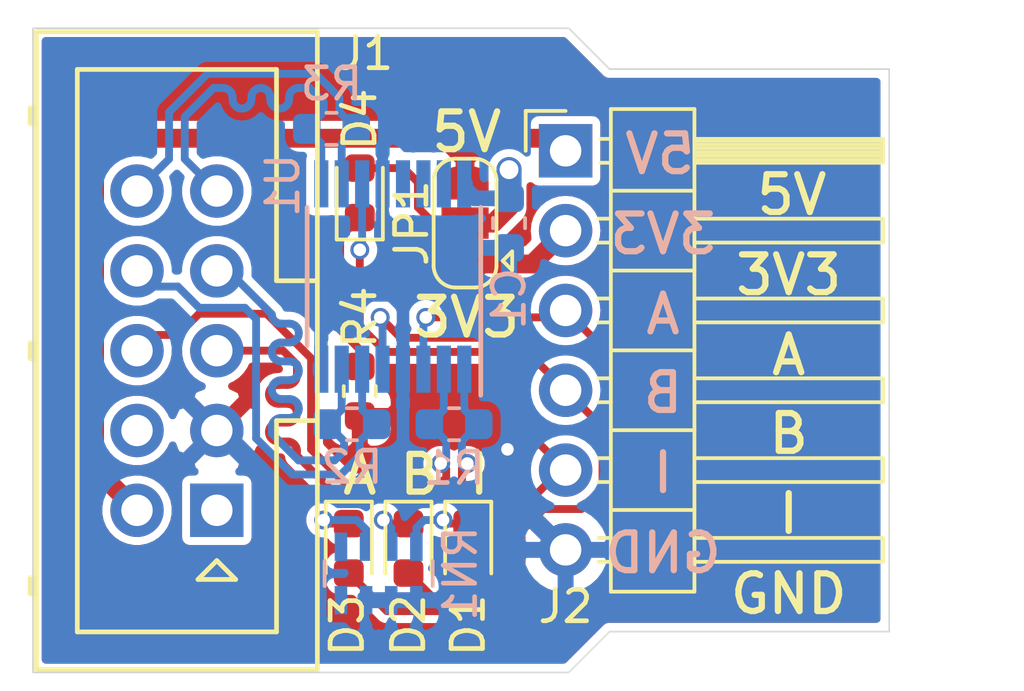
<source format=kicad_pcb>
(kicad_pcb (version 20171130) (host pcbnew "(5.1.4)-1")

  (general
    (thickness 1.6)
    (drawings 27)
    (tracks 405)
    (zones 0)
    (modules 14)
    (nets 18)
  )

  (page A4)
  (layers
    (0 F.Cu signal)
    (31 B.Cu signal)
    (32 B.Adhes user)
    (33 F.Adhes user)
    (34 B.Paste user)
    (35 F.Paste user)
    (36 B.SilkS user)
    (37 F.SilkS user)
    (38 B.Mask user)
    (39 F.Mask user)
    (40 Dwgs.User user)
    (41 Cmts.User user)
    (42 Eco1.User user)
    (43 Eco2.User user)
    (44 Edge.Cuts user)
    (45 Margin user)
    (46 B.CrtYd user)
    (47 F.CrtYd user)
    (48 B.Fab user hide)
    (49 F.Fab user hide)
  )

  (setup
    (last_trace_width 0.25)
    (user_trace_width 0.3)
    (user_trace_width 0.4)
    (user_trace_width 0.5)
    (user_trace_width 0.6)
    (user_trace_width 0.8)
    (trace_clearance 0.2)
    (zone_clearance 0.508)
    (zone_45_only no)
    (trace_min 0)
    (via_size 0.8)
    (via_drill 0.4)
    (via_min_size 0.4)
    (via_min_drill 0.3)
    (user_via 0.5 0.3)
    (user_via 0.6 0.4)
    (user_via 0.8 0.6)
    (uvia_size 0.3)
    (uvia_drill 0.1)
    (uvias_allowed no)
    (uvia_min_size 0.2)
    (uvia_min_drill 0.1)
    (edge_width 0.05)
    (segment_width 0.2)
    (pcb_text_width 0.3)
    (pcb_text_size 1.5 1.5)
    (mod_edge_width 0.12)
    (mod_text_size 1 1)
    (mod_text_width 0.15)
    (pad_size 1.7 1.7)
    (pad_drill 1)
    (pad_to_mask_clearance 0.051)
    (solder_mask_min_width 0.25)
    (aux_axis_origin 126.65 105.2)
    (grid_origin 126.65 105.2)
    (visible_elements 7FFFFFFF)
    (pcbplotparams
      (layerselection 0x010fc_ffffffff)
      (usegerberextensions false)
      (usegerberattributes false)
      (usegerberadvancedattributes false)
      (creategerberjobfile false)
      (excludeedgelayer true)
      (linewidth 0.100000)
      (plotframeref false)
      (viasonmask false)
      (mode 1)
      (useauxorigin false)
      (hpglpennumber 1)
      (hpglpenspeed 20)
      (hpglpendiameter 15.000000)
      (psnegative false)
      (psa4output false)
      (plotreference true)
      (plotvalue true)
      (plotinvisibletext false)
      (padsonsilk false)
      (subtractmaskfromsilk false)
      (outputformat 1)
      (mirror false)
      (drillshape 1)
      (scaleselection 1)
      (outputdirectory ""))
  )

  (net 0 "")
  (net 1 "Net-(C1-Pad1)")
  (net 2 GND)
  (net 3 +5V)
  (net 4 /A-)
  (net 5 /A+)
  (net 6 /B-)
  (net 7 /B+)
  (net 8 /I-)
  (net 9 /I+)
  (net 10 +3V3)
  (net 11 /A)
  (net 12 /B)
  (net 13 /I)
  (net 14 "Net-(D1-Pad1)")
  (net 15 "Net-(D2-Pad1)")
  (net 16 "Net-(D3-Pad1)")
  (net 17 "Net-(D4-Pad1)")

  (net_class Default "これはデフォルトのネット クラスです。"
    (clearance 0.2)
    (trace_width 0.25)
    (via_dia 0.8)
    (via_drill 0.4)
    (uvia_dia 0.3)
    (uvia_drill 0.1)
    (diff_pair_width 0.25)
    (diff_pair_gap 0.25)
    (add_net +3V3)
    (add_net +5V)
    (add_net /A)
    (add_net /A+)
    (add_net /A-)
    (add_net /B)
    (add_net /B+)
    (add_net /B-)
    (add_net /I)
    (add_net /I+)
    (add_net /I-)
    (add_net GND)
    (add_net "Net-(C1-Pad1)")
    (add_net "Net-(D1-Pad1)")
    (add_net "Net-(D2-Pad1)")
    (add_net "Net-(D3-Pad1)")
    (add_net "Net-(D4-Pad1)")
  )

  (module Package_SO:TSSOP-16_4.4x5mm_P0.65mm (layer B.Cu) (tedit 5A02F25C) (tstamp 5DA1B60E)
    (at 138.1 92.6 90)
    (descr "16-Lead Plastic Thin Shrink Small Outline (ST)-4.4 mm Body [TSSOP] (see Microchip Packaging Specification 00000049BS.pdf)")
    (tags "SSOP 0.65")
    (path /5D9CCA41)
    (attr smd)
    (fp_text reference U1 (at 2.9 -3.5 90) (layer B.SilkS)
      (effects (font (size 1 1) (thickness 0.15)) (justify mirror))
    )
    (fp_text value AM26LV32xD (at 0 -3.55 90) (layer B.Fab)
      (effects (font (size 1 1) (thickness 0.15)) (justify mirror))
    )
    (fp_line (start -1.2 2.5) (end 2.2 2.5) (layer B.Fab) (width 0.15))
    (fp_line (start 2.2 2.5) (end 2.2 -2.5) (layer B.Fab) (width 0.15))
    (fp_line (start 2.2 -2.5) (end -2.2 -2.5) (layer B.Fab) (width 0.15))
    (fp_line (start -2.2 -2.5) (end -2.2 1.5) (layer B.Fab) (width 0.15))
    (fp_line (start -2.2 1.5) (end -1.2 2.5) (layer B.Fab) (width 0.15))
    (fp_line (start -3.95 2.9) (end -3.95 -2.8) (layer B.CrtYd) (width 0.05))
    (fp_line (start 3.95 2.9) (end 3.95 -2.8) (layer B.CrtYd) (width 0.05))
    (fp_line (start -3.95 2.9) (end 3.95 2.9) (layer B.CrtYd) (width 0.05))
    (fp_line (start -3.95 -2.8) (end 3.95 -2.8) (layer B.CrtYd) (width 0.05))
    (fp_line (start -2.2 -2.725) (end 2.2 -2.725) (layer B.SilkS) (width 0.15))
    (fp_line (start -3.775 2.8) (end 2.2 2.8) (layer B.SilkS) (width 0.15))
    (fp_text user %R (at 0 0 90) (layer B.Fab)
      (effects (font (size 0.8 0.8) (thickness 0.15)) (justify mirror))
    )
    (pad 1 smd rect (at -2.95 2.275 90) (size 1.5 0.45) (layers B.Cu B.Paste B.Mask)
      (net 4 /A-))
    (pad 2 smd rect (at -2.95 1.625 90) (size 1.5 0.45) (layers B.Cu B.Paste B.Mask)
      (net 5 /A+))
    (pad 3 smd rect (at -2.95 0.975 90) (size 1.5 0.45) (layers B.Cu B.Paste B.Mask)
      (net 11 /A))
    (pad 4 smd rect (at -2.95 0.325 90) (size 1.5 0.45) (layers B.Cu B.Paste B.Mask)
      (net 2 GND))
    (pad 5 smd rect (at -2.95 -0.325 90) (size 1.5 0.45) (layers B.Cu B.Paste B.Mask)
      (net 12 /B))
    (pad 6 smd rect (at -2.95 -0.975 90) (size 1.5 0.45) (layers B.Cu B.Paste B.Mask)
      (net 7 /B+))
    (pad 7 smd rect (at -2.95 -1.625 90) (size 1.5 0.45) (layers B.Cu B.Paste B.Mask)
      (net 6 /B-))
    (pad 8 smd rect (at -2.95 -2.275 90) (size 1.5 0.45) (layers B.Cu B.Paste B.Mask)
      (net 2 GND))
    (pad 9 smd rect (at 2.95 -2.275 90) (size 1.5 0.45) (layers B.Cu B.Paste B.Mask)
      (net 8 /I-))
    (pad 10 smd rect (at 2.95 -1.625 90) (size 1.5 0.45) (layers B.Cu B.Paste B.Mask)
      (net 9 /I+))
    (pad 11 smd rect (at 2.95 -0.975 90) (size 1.5 0.45) (layers B.Cu B.Paste B.Mask)
      (net 13 /I))
    (pad 12 smd rect (at 2.95 -0.325 90) (size 1.5 0.45) (layers B.Cu B.Paste B.Mask)
      (net 2 GND))
    (pad 13 smd rect (at 2.95 0.325 90) (size 1.5 0.45) (layers B.Cu B.Paste B.Mask))
    (pad 14 smd rect (at 2.95 0.975 90) (size 1.5 0.45) (layers B.Cu B.Paste B.Mask))
    (pad 15 smd rect (at 2.95 1.625 90) (size 1.5 0.45) (layers B.Cu B.Paste B.Mask))
    (pad 16 smd rect (at 2.95 2.275 90) (size 1.5 0.45) (layers B.Cu B.Paste B.Mask)
      (net 1 "Net-(C1-Pad1)"))
    (model ${KISYS3DMOD}/Package_SO.3dshapes/TSSOP-16_4.4x5mm_P0.65mm.wrl
      (at (xyz 0 0 0))
      (scale (xyz 1 1 1))
      (rotate (xyz 0 0 0))
    )
  )

  (module Connector_Multicomp:Multicomp_MC9A12-1034_2x05_P2.54mm_Vertical (layer F.Cu) (tedit 5A16A5B2) (tstamp 5DA1B144)
    (at 132.5 100.04 90)
    (descr http://www.farnell.com/datasheets/1520732.pdf)
    (tags "connector multicomp MC9A MC9A12")
    (path /5D9CB561)
    (fp_text reference J1 (at 14.54 4.75 180) (layer F.SilkS)
      (effects (font (size 1 1) (thickness 0.15)))
    )
    (fp_text value Conn_02x05_Odd_Even (at 5.08 5 90) (layer F.Fab)
      (effects (font (size 1 1) (thickness 0.15)))
    )
    (fp_text user %R (at 5.08 -1.27 90) (layer F.Fab)
      (effects (font (size 1 1) (thickness 0.15)))
    )
    (fp_line (start -5.07 3.2) (end -5.07 -5.74) (layer F.SilkS) (width 0.15))
    (fp_line (start -5.07 -5.74) (end 15.23 -5.74) (layer F.SilkS) (width 0.15))
    (fp_line (start 15.23 -5.74) (end 15.23 3.2) (layer F.SilkS) (width 0.15))
    (fp_line (start 15.23 3.2) (end -5.07 3.2) (layer F.SilkS) (width 0.15))
    (fp_line (start 2.855 3.2) (end 2.855 1.9) (layer F.SilkS) (width 0.15))
    (fp_line (start 2.855 1.9) (end -3.87 1.9) (layer F.SilkS) (width 0.15))
    (fp_line (start -3.87 1.9) (end -3.87 -4.44) (layer F.SilkS) (width 0.15))
    (fp_line (start -3.87 -4.44) (end 14.03 -4.44) (layer F.SilkS) (width 0.15))
    (fp_line (start 14.03 -4.44) (end 14.03 1.9) (layer F.SilkS) (width 0.15))
    (fp_line (start 14.03 1.9) (end 7.305 1.9) (layer F.SilkS) (width 0.15))
    (fp_line (start 7.305 1.9) (end 7.305 3.2) (layer F.SilkS) (width 0.15))
    (fp_line (start 4.83 -5.74) (end 4.83 -5.94) (layer F.SilkS) (width 0.15))
    (fp_line (start 4.83 -5.94) (end 5.33 -5.94) (layer F.SilkS) (width 0.15))
    (fp_line (start 5.33 -5.94) (end 5.33 -5.74) (layer F.SilkS) (width 0.15))
    (fp_line (start 4.83 -5.84) (end 5.33 -5.84) (layer F.SilkS) (width 0.15))
    (fp_line (start 12.31 -5.74) (end 12.31 -5.94) (layer F.SilkS) (width 0.15))
    (fp_line (start 12.31 -5.94) (end 12.81 -5.94) (layer F.SilkS) (width 0.15))
    (fp_line (start 12.81 -5.94) (end 12.81 -5.74) (layer F.SilkS) (width 0.15))
    (fp_line (start 12.31 -5.84) (end 12.81 -5.84) (layer F.SilkS) (width 0.15))
    (fp_line (start -2.65 -5.74) (end -2.65 -5.94) (layer F.SilkS) (width 0.15))
    (fp_line (start -2.65 -5.94) (end -2.15 -5.94) (layer F.SilkS) (width 0.15))
    (fp_line (start -2.15 -5.94) (end -2.15 -5.74) (layer F.SilkS) (width 0.15))
    (fp_line (start -2.65 -5.84) (end -2.15 -5.84) (layer F.SilkS) (width 0.15))
    (fp_line (start -2.2 0.6) (end -2.2 -0.6) (layer F.SilkS) (width 0.15))
    (fp_line (start -2.2 -0.6) (end -1.6 0) (layer F.SilkS) (width 0.15))
    (fp_line (start -1.6 0) (end -2.2 0.6) (layer F.SilkS) (width 0.15))
    (fp_line (start -5.55 3.7) (end -5.55 -6.25) (layer F.CrtYd) (width 0.05))
    (fp_line (start -5.55 -6.25) (end 15.75 -6.25) (layer F.CrtYd) (width 0.05))
    (fp_line (start 15.75 -6.25) (end 15.75 3.7) (layer F.CrtYd) (width 0.05))
    (fp_line (start 15.75 3.7) (end -5.55 3.7) (layer F.CrtYd) (width 0.05))
    (pad 1 thru_hole rect (at 0 0 90) (size 1.7 1.7) (drill 1) (layers *.Cu *.Mask))
    (pad 2 thru_hole circle (at 0 -2.54 90) (size 1.7 1.7) (drill 1) (layers *.Cu *.Mask)
      (net 3 +5V))
    (pad 3 thru_hole circle (at 2.54 0 90) (size 1.7 1.7) (drill 1) (layers *.Cu *.Mask)
      (net 2 GND))
    (pad 4 thru_hole circle (at 2.54 -2.54 90) (size 1.7 1.7) (drill 1) (layers *.Cu *.Mask))
    (pad 5 thru_hole circle (at 5.08 0 90) (size 1.7 1.7) (drill 1) (layers *.Cu *.Mask)
      (net 4 /A-))
    (pad 6 thru_hole circle (at 5.08 -2.54 90) (size 1.7 1.7) (drill 1) (layers *.Cu *.Mask)
      (net 5 /A+))
    (pad 7 thru_hole circle (at 7.62 0 90) (size 1.7 1.7) (drill 1) (layers *.Cu *.Mask)
      (net 6 /B-))
    (pad 8 thru_hole circle (at 7.62 -2.54 90) (size 1.7 1.7) (drill 1) (layers *.Cu *.Mask)
      (net 7 /B+))
    (pad 9 thru_hole circle (at 10.16 0 90) (size 1.7 1.7) (drill 1) (layers *.Cu *.Mask)
      (net 8 /I-))
    (pad 10 thru_hole circle (at 10.16 -2.54 90) (size 1.7 1.7) (drill 1) (layers *.Cu *.Mask)
      (net 9 /I+))
    (model ${KISYS3DMOD}/Connector_Multicomp.3dshapes/Multicomp_MC9A12-1034_2x05_P2.54mm_Vertical.wrl
      (at (xyz 0 0 0))
      (scale (xyz 1 1 1))
      (rotate (xyz 0 0 0))
    )
  )

  (module Capacitor_SMD:C_0603_1608Metric (layer B.Cu) (tedit 5B301BBE) (tstamp 5DA1B75B)
    (at 141.8 90.9 270)
    (descr "Capacitor SMD 0603 (1608 Metric), square (rectangular) end terminal, IPC_7351 nominal, (Body size source: http://www.tortai-tech.com/upload/download/2011102023233369053.pdf), generated with kicad-footprint-generator")
    (tags capacitor)
    (path /5D9E5868)
    (attr smd)
    (fp_text reference C1 (at 2.4 0 90) (layer B.SilkS)
      (effects (font (size 1 1) (thickness 0.15)) (justify mirror))
    )
    (fp_text value C (at 0 -1.43 90) (layer B.Fab)
      (effects (font (size 1 1) (thickness 0.15)) (justify mirror))
    )
    (fp_line (start -0.8 -0.4) (end -0.8 0.4) (layer B.Fab) (width 0.1))
    (fp_line (start -0.8 0.4) (end 0.8 0.4) (layer B.Fab) (width 0.1))
    (fp_line (start 0.8 0.4) (end 0.8 -0.4) (layer B.Fab) (width 0.1))
    (fp_line (start 0.8 -0.4) (end -0.8 -0.4) (layer B.Fab) (width 0.1))
    (fp_line (start -0.162779 0.51) (end 0.162779 0.51) (layer B.SilkS) (width 0.12))
    (fp_line (start -0.162779 -0.51) (end 0.162779 -0.51) (layer B.SilkS) (width 0.12))
    (fp_line (start -1.48 -0.73) (end -1.48 0.73) (layer B.CrtYd) (width 0.05))
    (fp_line (start -1.48 0.73) (end 1.48 0.73) (layer B.CrtYd) (width 0.05))
    (fp_line (start 1.48 0.73) (end 1.48 -0.73) (layer B.CrtYd) (width 0.05))
    (fp_line (start 1.48 -0.73) (end -1.48 -0.73) (layer B.CrtYd) (width 0.05))
    (fp_text user %R (at 0 0 90) (layer B.Fab)
      (effects (font (size 0.4 0.4) (thickness 0.06)) (justify mirror))
    )
    (pad 1 smd roundrect (at -0.7875 0 270) (size 0.875 0.95) (layers B.Cu B.Paste B.Mask) (roundrect_rratio 0.25)
      (net 1 "Net-(C1-Pad1)"))
    (pad 2 smd roundrect (at 0.7875 0 270) (size 0.875 0.95) (layers B.Cu B.Paste B.Mask) (roundrect_rratio 0.25)
      (net 2 GND))
    (model ${KISYS3DMOD}/Capacitor_SMD.3dshapes/C_0603_1608Metric.wrl
      (at (xyz 0 0 0))
      (scale (xyz 1 1 1))
      (rotate (xyz 0 0 0))
    )
  )

  (module LED_SMD:LED_0603_1608Metric (layer F.Cu) (tedit 5B301BBE) (tstamp 5DA1BA0C)
    (at 140.5 101.25 270)
    (descr "LED SMD 0603 (1608 Metric), square (rectangular) end terminal, IPC_7351 nominal, (Body size source: http://www.tortai-tech.com/upload/download/2011102023233369053.pdf), generated with kicad-footprint-generator")
    (tags diode)
    (path /5D9D899C)
    (attr smd)
    (fp_text reference D1 (at 2.45 0 90) (layer F.SilkS)
      (effects (font (size 1 1) (thickness 0.15)))
    )
    (fp_text value LED (at 0 1.43 90) (layer F.Fab)
      (effects (font (size 1 1) (thickness 0.15)))
    )
    (fp_line (start 0.8 -0.4) (end -0.5 -0.4) (layer F.Fab) (width 0.1))
    (fp_line (start -0.5 -0.4) (end -0.8 -0.1) (layer F.Fab) (width 0.1))
    (fp_line (start -0.8 -0.1) (end -0.8 0.4) (layer F.Fab) (width 0.1))
    (fp_line (start -0.8 0.4) (end 0.8 0.4) (layer F.Fab) (width 0.1))
    (fp_line (start 0.8 0.4) (end 0.8 -0.4) (layer F.Fab) (width 0.1))
    (fp_line (start 0.8 -0.735) (end -1.485 -0.735) (layer F.SilkS) (width 0.12))
    (fp_line (start -1.485 -0.735) (end -1.485 0.735) (layer F.SilkS) (width 0.12))
    (fp_line (start -1.485 0.735) (end 0.8 0.735) (layer F.SilkS) (width 0.12))
    (fp_line (start -1.48 0.73) (end -1.48 -0.73) (layer F.CrtYd) (width 0.05))
    (fp_line (start -1.48 -0.73) (end 1.48 -0.73) (layer F.CrtYd) (width 0.05))
    (fp_line (start 1.48 -0.73) (end 1.48 0.73) (layer F.CrtYd) (width 0.05))
    (fp_line (start 1.48 0.73) (end -1.48 0.73) (layer F.CrtYd) (width 0.05))
    (fp_text user %R (at 0 0 90) (layer F.Fab)
      (effects (font (size 0.4 0.4) (thickness 0.06)))
    )
    (pad 1 smd roundrect (at -0.7875 0 270) (size 0.875 0.95) (layers F.Cu F.Paste F.Mask) (roundrect_rratio 0.25)
      (net 14 "Net-(D1-Pad1)"))
    (pad 2 smd roundrect (at 0.7875 0 270) (size 0.875 0.95) (layers F.Cu F.Paste F.Mask) (roundrect_rratio 0.25)
      (net 13 /I))
    (model ${KISYS3DMOD}/LED_SMD.3dshapes/LED_0603_1608Metric.wrl
      (at (xyz 0 0 0))
      (scale (xyz 1 1 1))
      (rotate (xyz 0 0 0))
    )
  )

  (module LED_SMD:LED_0603_1608Metric (layer F.Cu) (tedit 5B301BBE) (tstamp 5DA1B7FF)
    (at 138.6 101.25 270)
    (descr "LED SMD 0603 (1608 Metric), square (rectangular) end terminal, IPC_7351 nominal, (Body size source: http://www.tortai-tech.com/upload/download/2011102023233369053.pdf), generated with kicad-footprint-generator")
    (tags diode)
    (path /5D9D90A6)
    (attr smd)
    (fp_text reference D2 (at 2.45 0 90) (layer F.SilkS)
      (effects (font (size 1 1) (thickness 0.15)))
    )
    (fp_text value LED (at 0 1.43 90) (layer F.Fab)
      (effects (font (size 1 1) (thickness 0.15)))
    )
    (fp_text user %R (at 0 0 90) (layer F.Fab)
      (effects (font (size 0.4 0.4) (thickness 0.06)))
    )
    (fp_line (start 1.48 0.73) (end -1.48 0.73) (layer F.CrtYd) (width 0.05))
    (fp_line (start 1.48 -0.73) (end 1.48 0.73) (layer F.CrtYd) (width 0.05))
    (fp_line (start -1.48 -0.73) (end 1.48 -0.73) (layer F.CrtYd) (width 0.05))
    (fp_line (start -1.48 0.73) (end -1.48 -0.73) (layer F.CrtYd) (width 0.05))
    (fp_line (start -1.485 0.735) (end 0.8 0.735) (layer F.SilkS) (width 0.12))
    (fp_line (start -1.485 -0.735) (end -1.485 0.735) (layer F.SilkS) (width 0.12))
    (fp_line (start 0.8 -0.735) (end -1.485 -0.735) (layer F.SilkS) (width 0.12))
    (fp_line (start 0.8 0.4) (end 0.8 -0.4) (layer F.Fab) (width 0.1))
    (fp_line (start -0.8 0.4) (end 0.8 0.4) (layer F.Fab) (width 0.1))
    (fp_line (start -0.8 -0.1) (end -0.8 0.4) (layer F.Fab) (width 0.1))
    (fp_line (start -0.5 -0.4) (end -0.8 -0.1) (layer F.Fab) (width 0.1))
    (fp_line (start 0.8 -0.4) (end -0.5 -0.4) (layer F.Fab) (width 0.1))
    (pad 2 smd roundrect (at 0.7875 0 270) (size 0.875 0.95) (layers F.Cu F.Paste F.Mask) (roundrect_rratio 0.25)
      (net 12 /B))
    (pad 1 smd roundrect (at -0.7875 0 270) (size 0.875 0.95) (layers F.Cu F.Paste F.Mask) (roundrect_rratio 0.25)
      (net 15 "Net-(D2-Pad1)"))
    (model ${KISYS3DMOD}/LED_SMD.3dshapes/LED_0603_1608Metric.wrl
      (at (xyz 0 0 0))
      (scale (xyz 1 1 1))
      (rotate (xyz 0 0 0))
    )
  )

  (module LED_SMD:LED_0603_1608Metric (layer F.Cu) (tedit 5B301BBE) (tstamp 5DA1B9D6)
    (at 136.7 101.25 270)
    (descr "LED SMD 0603 (1608 Metric), square (rectangular) end terminal, IPC_7351 nominal, (Body size source: http://www.tortai-tech.com/upload/download/2011102023233369053.pdf), generated with kicad-footprint-generator")
    (tags diode)
    (path /5D9D9488)
    (attr smd)
    (fp_text reference D3 (at 2.45 0.05 90) (layer F.SilkS)
      (effects (font (size 1 1) (thickness 0.15)))
    )
    (fp_text value LED (at 0 1.43 90) (layer F.Fab)
      (effects (font (size 1 1) (thickness 0.15)))
    )
    (fp_line (start 0.8 -0.4) (end -0.5 -0.4) (layer F.Fab) (width 0.1))
    (fp_line (start -0.5 -0.4) (end -0.8 -0.1) (layer F.Fab) (width 0.1))
    (fp_line (start -0.8 -0.1) (end -0.8 0.4) (layer F.Fab) (width 0.1))
    (fp_line (start -0.8 0.4) (end 0.8 0.4) (layer F.Fab) (width 0.1))
    (fp_line (start 0.8 0.4) (end 0.8 -0.4) (layer F.Fab) (width 0.1))
    (fp_line (start 0.8 -0.735) (end -1.485 -0.735) (layer F.SilkS) (width 0.12))
    (fp_line (start -1.485 -0.735) (end -1.485 0.735) (layer F.SilkS) (width 0.12))
    (fp_line (start -1.485 0.735) (end 0.8 0.735) (layer F.SilkS) (width 0.12))
    (fp_line (start -1.48 0.73) (end -1.48 -0.73) (layer F.CrtYd) (width 0.05))
    (fp_line (start -1.48 -0.73) (end 1.48 -0.73) (layer F.CrtYd) (width 0.05))
    (fp_line (start 1.48 -0.73) (end 1.48 0.73) (layer F.CrtYd) (width 0.05))
    (fp_line (start 1.48 0.73) (end -1.48 0.73) (layer F.CrtYd) (width 0.05))
    (fp_text user %R (at 0 0 90) (layer F.Fab)
      (effects (font (size 0.4 0.4) (thickness 0.06)))
    )
    (pad 1 smd roundrect (at -0.7875 0 270) (size 0.875 0.95) (layers F.Cu F.Paste F.Mask) (roundrect_rratio 0.25)
      (net 16 "Net-(D3-Pad1)"))
    (pad 2 smd roundrect (at 0.7875 0 270) (size 0.875 0.95) (layers F.Cu F.Paste F.Mask) (roundrect_rratio 0.25)
      (net 11 /A))
    (model ${KISYS3DMOD}/LED_SMD.3dshapes/LED_0603_1608Metric.wrl
      (at (xyz 0 0 0))
      (scale (xyz 1 1 1))
      (rotate (xyz 0 0 0))
    )
  )

  (module Connector_PinHeader_2.54mm:PinHeader_1x06_P2.54mm_Horizontal (layer F.Cu) (tedit 59FED5CB) (tstamp 5DA1B8F8)
    (at 143.6 88.6)
    (descr "Through hole angled pin header, 1x06, 2.54mm pitch, 6mm pin length, single row")
    (tags "Through hole angled pin header THT 1x06 2.54mm single row")
    (path /5D9E05AE)
    (fp_text reference J2 (at 0 14.5 180) (layer F.SilkS)
      (effects (font (size 1 1) (thickness 0.15)))
    )
    (fp_text value Conn_01x06 (at 4.385 14.97) (layer F.Fab)
      (effects (font (size 1 1) (thickness 0.15)))
    )
    (fp_line (start 2.135 -1.27) (end 4.04 -1.27) (layer F.Fab) (width 0.1))
    (fp_line (start 4.04 -1.27) (end 4.04 13.97) (layer F.Fab) (width 0.1))
    (fp_line (start 4.04 13.97) (end 1.5 13.97) (layer F.Fab) (width 0.1))
    (fp_line (start 1.5 13.97) (end 1.5 -0.635) (layer F.Fab) (width 0.1))
    (fp_line (start 1.5 -0.635) (end 2.135 -1.27) (layer F.Fab) (width 0.1))
    (fp_line (start -0.32 -0.32) (end 1.5 -0.32) (layer F.Fab) (width 0.1))
    (fp_line (start -0.32 -0.32) (end -0.32 0.32) (layer F.Fab) (width 0.1))
    (fp_line (start -0.32 0.32) (end 1.5 0.32) (layer F.Fab) (width 0.1))
    (fp_line (start 4.04 -0.32) (end 10.04 -0.32) (layer F.Fab) (width 0.1))
    (fp_line (start 10.04 -0.32) (end 10.04 0.32) (layer F.Fab) (width 0.1))
    (fp_line (start 4.04 0.32) (end 10.04 0.32) (layer F.Fab) (width 0.1))
    (fp_line (start -0.32 2.22) (end 1.5 2.22) (layer F.Fab) (width 0.1))
    (fp_line (start -0.32 2.22) (end -0.32 2.86) (layer F.Fab) (width 0.1))
    (fp_line (start -0.32 2.86) (end 1.5 2.86) (layer F.Fab) (width 0.1))
    (fp_line (start 4.04 2.22) (end 10.04 2.22) (layer F.Fab) (width 0.1))
    (fp_line (start 10.04 2.22) (end 10.04 2.86) (layer F.Fab) (width 0.1))
    (fp_line (start 4.04 2.86) (end 10.04 2.86) (layer F.Fab) (width 0.1))
    (fp_line (start -0.32 4.76) (end 1.5 4.76) (layer F.Fab) (width 0.1))
    (fp_line (start -0.32 4.76) (end -0.32 5.4) (layer F.Fab) (width 0.1))
    (fp_line (start -0.32 5.4) (end 1.5 5.4) (layer F.Fab) (width 0.1))
    (fp_line (start 4.04 4.76) (end 10.04 4.76) (layer F.Fab) (width 0.1))
    (fp_line (start 10.04 4.76) (end 10.04 5.4) (layer F.Fab) (width 0.1))
    (fp_line (start 4.04 5.4) (end 10.04 5.4) (layer F.Fab) (width 0.1))
    (fp_line (start -0.32 7.3) (end 1.5 7.3) (layer F.Fab) (width 0.1))
    (fp_line (start -0.32 7.3) (end -0.32 7.94) (layer F.Fab) (width 0.1))
    (fp_line (start -0.32 7.94) (end 1.5 7.94) (layer F.Fab) (width 0.1))
    (fp_line (start 4.04 7.3) (end 10.04 7.3) (layer F.Fab) (width 0.1))
    (fp_line (start 10.04 7.3) (end 10.04 7.94) (layer F.Fab) (width 0.1))
    (fp_line (start 4.04 7.94) (end 10.04 7.94) (layer F.Fab) (width 0.1))
    (fp_line (start -0.32 9.84) (end 1.5 9.84) (layer F.Fab) (width 0.1))
    (fp_line (start -0.32 9.84) (end -0.32 10.48) (layer F.Fab) (width 0.1))
    (fp_line (start -0.32 10.48) (end 1.5 10.48) (layer F.Fab) (width 0.1))
    (fp_line (start 4.04 9.84) (end 10.04 9.84) (layer F.Fab) (width 0.1))
    (fp_line (start 10.04 9.84) (end 10.04 10.48) (layer F.Fab) (width 0.1))
    (fp_line (start 4.04 10.48) (end 10.04 10.48) (layer F.Fab) (width 0.1))
    (fp_line (start -0.32 12.38) (end 1.5 12.38) (layer F.Fab) (width 0.1))
    (fp_line (start -0.32 12.38) (end -0.32 13.02) (layer F.Fab) (width 0.1))
    (fp_line (start -0.32 13.02) (end 1.5 13.02) (layer F.Fab) (width 0.1))
    (fp_line (start 4.04 12.38) (end 10.04 12.38) (layer F.Fab) (width 0.1))
    (fp_line (start 10.04 12.38) (end 10.04 13.02) (layer F.Fab) (width 0.1))
    (fp_line (start 4.04 13.02) (end 10.04 13.02) (layer F.Fab) (width 0.1))
    (fp_line (start 1.44 -1.33) (end 1.44 14.03) (layer F.SilkS) (width 0.12))
    (fp_line (start 1.44 14.03) (end 4.1 14.03) (layer F.SilkS) (width 0.12))
    (fp_line (start 4.1 14.03) (end 4.1 -1.33) (layer F.SilkS) (width 0.12))
    (fp_line (start 4.1 -1.33) (end 1.44 -1.33) (layer F.SilkS) (width 0.12))
    (fp_line (start 4.1 -0.38) (end 10.1 -0.38) (layer F.SilkS) (width 0.12))
    (fp_line (start 10.1 -0.38) (end 10.1 0.38) (layer F.SilkS) (width 0.12))
    (fp_line (start 10.1 0.38) (end 4.1 0.38) (layer F.SilkS) (width 0.12))
    (fp_line (start 4.1 -0.32) (end 10.1 -0.32) (layer F.SilkS) (width 0.12))
    (fp_line (start 4.1 -0.2) (end 10.1 -0.2) (layer F.SilkS) (width 0.12))
    (fp_line (start 4.1 -0.08) (end 10.1 -0.08) (layer F.SilkS) (width 0.12))
    (fp_line (start 4.1 0.04) (end 10.1 0.04) (layer F.SilkS) (width 0.12))
    (fp_line (start 4.1 0.16) (end 10.1 0.16) (layer F.SilkS) (width 0.12))
    (fp_line (start 4.1 0.28) (end 10.1 0.28) (layer F.SilkS) (width 0.12))
    (fp_line (start 1.11 -0.38) (end 1.44 -0.38) (layer F.SilkS) (width 0.12))
    (fp_line (start 1.11 0.38) (end 1.44 0.38) (layer F.SilkS) (width 0.12))
    (fp_line (start 1.44 1.27) (end 4.1 1.27) (layer F.SilkS) (width 0.12))
    (fp_line (start 4.1 2.16) (end 10.1 2.16) (layer F.SilkS) (width 0.12))
    (fp_line (start 10.1 2.16) (end 10.1 2.92) (layer F.SilkS) (width 0.12))
    (fp_line (start 10.1 2.92) (end 4.1 2.92) (layer F.SilkS) (width 0.12))
    (fp_line (start 1.042929 2.16) (end 1.44 2.16) (layer F.SilkS) (width 0.12))
    (fp_line (start 1.042929 2.92) (end 1.44 2.92) (layer F.SilkS) (width 0.12))
    (fp_line (start 1.44 3.81) (end 4.1 3.81) (layer F.SilkS) (width 0.12))
    (fp_line (start 4.1 4.7) (end 10.1 4.7) (layer F.SilkS) (width 0.12))
    (fp_line (start 10.1 4.7) (end 10.1 5.46) (layer F.SilkS) (width 0.12))
    (fp_line (start 10.1 5.46) (end 4.1 5.46) (layer F.SilkS) (width 0.12))
    (fp_line (start 1.042929 4.7) (end 1.44 4.7) (layer F.SilkS) (width 0.12))
    (fp_line (start 1.042929 5.46) (end 1.44 5.46) (layer F.SilkS) (width 0.12))
    (fp_line (start 1.44 6.35) (end 4.1 6.35) (layer F.SilkS) (width 0.12))
    (fp_line (start 4.1 7.24) (end 10.1 7.24) (layer F.SilkS) (width 0.12))
    (fp_line (start 10.1 7.24) (end 10.1 8) (layer F.SilkS) (width 0.12))
    (fp_line (start 10.1 8) (end 4.1 8) (layer F.SilkS) (width 0.12))
    (fp_line (start 1.042929 7.24) (end 1.44 7.24) (layer F.SilkS) (width 0.12))
    (fp_line (start 1.042929 8) (end 1.44 8) (layer F.SilkS) (width 0.12))
    (fp_line (start 1.44 8.89) (end 4.1 8.89) (layer F.SilkS) (width 0.12))
    (fp_line (start 4.1 9.78) (end 10.1 9.78) (layer F.SilkS) (width 0.12))
    (fp_line (start 10.1 9.78) (end 10.1 10.54) (layer F.SilkS) (width 0.12))
    (fp_line (start 10.1 10.54) (end 4.1 10.54) (layer F.SilkS) (width 0.12))
    (fp_line (start 1.042929 9.78) (end 1.44 9.78) (layer F.SilkS) (width 0.12))
    (fp_line (start 1.042929 10.54) (end 1.44 10.54) (layer F.SilkS) (width 0.12))
    (fp_line (start 1.44 11.43) (end 4.1 11.43) (layer F.SilkS) (width 0.12))
    (fp_line (start 4.1 12.32) (end 10.1 12.32) (layer F.SilkS) (width 0.12))
    (fp_line (start 10.1 12.32) (end 10.1 13.08) (layer F.SilkS) (width 0.12))
    (fp_line (start 10.1 13.08) (end 4.1 13.08) (layer F.SilkS) (width 0.12))
    (fp_line (start 1.042929 12.32) (end 1.44 12.32) (layer F.SilkS) (width 0.12))
    (fp_line (start 1.042929 13.08) (end 1.44 13.08) (layer F.SilkS) (width 0.12))
    (fp_line (start -1.27 0) (end -1.27 -1.27) (layer F.SilkS) (width 0.12))
    (fp_line (start -1.27 -1.27) (end 0 -1.27) (layer F.SilkS) (width 0.12))
    (fp_line (start -1.8 -1.8) (end -1.8 14.5) (layer F.CrtYd) (width 0.05))
    (fp_line (start -1.8 14.5) (end 10.55 14.5) (layer F.CrtYd) (width 0.05))
    (fp_line (start 10.55 14.5) (end 10.55 -1.8) (layer F.CrtYd) (width 0.05))
    (fp_line (start 10.55 -1.8) (end -1.8 -1.8) (layer F.CrtYd) (width 0.05))
    (fp_text user %R (at 2.77 6.35 90) (layer F.Fab)
      (effects (font (size 1 1) (thickness 0.15)))
    )
    (pad 1 thru_hole rect (at 0 0) (size 1.7 1.7) (drill 1) (layers *.Cu *.Mask)
      (net 3 +5V))
    (pad 2 thru_hole oval (at 0 2.54) (size 1.7 1.7) (drill 1) (layers *.Cu *.Mask)
      (net 10 +3V3))
    (pad 3 thru_hole oval (at 0 5.08) (size 1.7 1.7) (drill 1) (layers *.Cu *.Mask)
      (net 11 /A))
    (pad 4 thru_hole oval (at 0 7.62) (size 1.7 1.7) (drill 1) (layers *.Cu *.Mask)
      (net 12 /B))
    (pad 5 thru_hole oval (at 0 10.16) (size 1.7 1.7) (drill 1) (layers *.Cu *.Mask)
      (net 13 /I))
    (pad 6 thru_hole oval (at 0 12.7) (size 1.7 1.7) (drill 1) (layers *.Cu *.Mask)
      (net 2 GND))
    (model ${KISYS3DMOD}/Connector_PinHeader_2.54mm.3dshapes/PinHeader_1x06_P2.54mm_Horizontal.wrl
      (at (xyz 0 0 0))
      (scale (xyz 1 1 1))
      (rotate (xyz 0 0 0))
    )
  )

  (module Resistor_SMD:R_Array_Concave_4x0603 (layer B.Cu) (tedit 58E0A85E) (tstamp 5DA1B791)
    (at 137.65 102.05 90)
    (descr "Thick Film Chip Resistor Array, Wave soldering, Vishay CRA06P (see cra06p.pdf)")
    (tags "resistor array")
    (path /5D9DA87D)
    (attr smd)
    (fp_text reference RN1 (at 0 2.6 270) (layer B.SilkS)
      (effects (font (size 1 1) (thickness 0.15)) (justify mirror))
    )
    (fp_text value R_Pack04 (at 0 -2.6 270) (layer B.Fab)
      (effects (font (size 1 1) (thickness 0.15)) (justify mirror))
    )
    (fp_text user %R (at 0 0) (layer B.Fab)
      (effects (font (size 0.5 0.5) (thickness 0.075)) (justify mirror))
    )
    (fp_line (start -0.8 1.6) (end 0.8 1.6) (layer B.Fab) (width 0.1))
    (fp_line (start 0.8 1.6) (end 0.8 -1.6) (layer B.Fab) (width 0.1))
    (fp_line (start 0.8 -1.6) (end -0.8 -1.6) (layer B.Fab) (width 0.1))
    (fp_line (start -0.8 -1.6) (end -0.8 1.6) (layer B.Fab) (width 0.1))
    (fp_line (start 0.4 -1.72) (end -0.4 -1.72) (layer B.SilkS) (width 0.12))
    (fp_line (start 0.4 1.72) (end -0.4 1.72) (layer B.SilkS) (width 0.12))
    (fp_line (start -1.55 1.88) (end 1.55 1.88) (layer B.CrtYd) (width 0.05))
    (fp_line (start -1.55 1.88) (end -1.55 -1.87) (layer B.CrtYd) (width 0.05))
    (fp_line (start 1.55 -1.87) (end 1.55 1.88) (layer B.CrtYd) (width 0.05))
    (fp_line (start 1.55 -1.87) (end -1.55 -1.87) (layer B.CrtYd) (width 0.05))
    (pad 2 smd rect (at -0.85 0.4 90) (size 0.9 0.4) (layers B.Cu B.Paste B.Mask)
      (net 2 GND))
    (pad 3 smd rect (at -0.85 -0.4 90) (size 0.9 0.4) (layers B.Cu B.Paste B.Mask)
      (net 2 GND))
    (pad 1 smd rect (at -0.85 1.2 90) (size 0.9 0.4) (layers B.Cu B.Paste B.Mask)
      (net 2 GND))
    (pad 4 smd rect (at -0.85 -1.2 90) (size 0.9 0.4) (layers B.Cu B.Paste B.Mask))
    (pad 8 smd rect (at 0.85 1.2 90) (size 0.9 0.4) (layers B.Cu B.Paste B.Mask)
      (net 14 "Net-(D1-Pad1)"))
    (pad 7 smd rect (at 0.85 0.4 90) (size 0.9 0.4) (layers B.Cu B.Paste B.Mask)
      (net 15 "Net-(D2-Pad1)"))
    (pad 6 smd rect (at 0.85 -0.4 90) (size 0.9 0.4) (layers B.Cu B.Paste B.Mask)
      (net 16 "Net-(D3-Pad1)"))
    (pad 5 smd rect (at 0.85 -1.2 90) (size 0.9 0.4) (layers B.Cu B.Paste B.Mask))
    (model ${KISYS3DMOD}/Resistor_SMD.3dshapes/R_Array_Concave_4x0603.wrl
      (at (xyz 0 0 0))
      (scale (xyz 1 1 1))
      (rotate (xyz 0 0 0))
    )
  )

  (module Jumper:SolderJumper-3_P1.3mm_Open_RoundedPad1.0x1.5mm (layer F.Cu) (tedit 5B391EB7) (tstamp 5DA1B868)
    (at 140.4 90.9 90)
    (descr "SMD Solder 3-pad Jumper, 1x1.5mm rounded Pads, 0.3mm gap, open")
    (tags "solder jumper open")
    (path /5D9E74D4)
    (attr virtual)
    (fp_text reference JP1 (at 0 -1.7 270) (layer F.SilkS)
      (effects (font (size 1 1) (thickness 0.15)))
    )
    (fp_text value Jumper_3_Open (at 0 1.9 90) (layer F.Fab)
      (effects (font (size 1 1) (thickness 0.15)))
    )
    (fp_line (start -1.2 1.2) (end -0.9 1.5) (layer F.SilkS) (width 0.12))
    (fp_line (start -1.5 1.5) (end -0.9 1.5) (layer F.SilkS) (width 0.12))
    (fp_line (start -1.2 1.2) (end -1.5 1.5) (layer F.SilkS) (width 0.12))
    (fp_line (start -2.05 0.3) (end -2.05 -0.3) (layer F.SilkS) (width 0.12))
    (fp_line (start 1.4 1) (end -1.4 1) (layer F.SilkS) (width 0.12))
    (fp_line (start 2.05 -0.3) (end 2.05 0.3) (layer F.SilkS) (width 0.12))
    (fp_line (start -1.4 -1) (end 1.4 -1) (layer F.SilkS) (width 0.12))
    (fp_line (start -2.3 -1.25) (end 2.3 -1.25) (layer F.CrtYd) (width 0.05))
    (fp_line (start -2.3 -1.25) (end -2.3 1.25) (layer F.CrtYd) (width 0.05))
    (fp_line (start 2.3 1.25) (end 2.3 -1.25) (layer F.CrtYd) (width 0.05))
    (fp_line (start 2.3 1.25) (end -2.3 1.25) (layer F.CrtYd) (width 0.05))
    (fp_arc (start 1.35 -0.3) (end 2.05 -0.3) (angle -90) (layer F.SilkS) (width 0.12))
    (fp_arc (start 1.35 0.3) (end 1.35 1) (angle -90) (layer F.SilkS) (width 0.12))
    (fp_arc (start -1.35 0.3) (end -2.05 0.3) (angle -90) (layer F.SilkS) (width 0.12))
    (fp_arc (start -1.35 -0.3) (end -1.35 -1) (angle -90) (layer F.SilkS) (width 0.12))
    (pad 1 smd custom (at -1.3 0 90) (size 1 0.5) (layers F.Cu F.Mask)
      (net 10 +3V3) (zone_connect 2)
      (options (clearance outline) (anchor rect))
      (primitives
        (gr_circle (center 0 0.25) (end 0.5 0.25) (width 0))
        (gr_circle (center 0 -0.25) (end 0.5 -0.25) (width 0))
        (gr_poly (pts
           (xy 0.55 -0.75) (xy 0 -0.75) (xy 0 0.75) (xy 0.55 0.75)) (width 0))
      ))
    (pad 3 smd custom (at 1.3 0 90) (size 1 0.5) (layers F.Cu F.Mask)
      (net 3 +5V) (zone_connect 2)
      (options (clearance outline) (anchor rect))
      (primitives
        (gr_circle (center 0 0.25) (end 0.5 0.25) (width 0))
        (gr_circle (center 0 -0.25) (end 0.5 -0.25) (width 0))
        (gr_poly (pts
           (xy -0.55 -0.75) (xy 0 -0.75) (xy 0 0.75) (xy -0.55 0.75)) (width 0))
      ))
    (pad 2 smd rect (at 0 0 90) (size 1 1.5) (layers F.Cu F.Mask)
      (net 1 "Net-(C1-Pad1)"))
  )

  (module Resistor_SMD:R_0603_1608Metric (layer B.Cu) (tedit 5B301BBD) (tstamp 5DA1B833)
    (at 140.05 97.3)
    (descr "Resistor SMD 0603 (1608 Metric), square (rectangular) end terminal, IPC_7351 nominal, (Body size source: http://www.tortai-tech.com/upload/download/2011102023233369053.pdf), generated with kicad-footprint-generator")
    (tags resistor)
    (path /5DA05927)
    (attr smd)
    (fp_text reference R1 (at 0 1.4 -180) (layer B.SilkS)
      (effects (font (size 1 1) (thickness 0.15)) (justify mirror))
    )
    (fp_text value 120 (at 0 -1.43 -180) (layer B.Fab)
      (effects (font (size 1 1) (thickness 0.15)) (justify mirror))
    )
    (fp_text user %R (at 0 0 -180) (layer B.Fab)
      (effects (font (size 0.4 0.4) (thickness 0.06)) (justify mirror))
    )
    (fp_line (start 1.48 -0.73) (end -1.48 -0.73) (layer B.CrtYd) (width 0.05))
    (fp_line (start 1.48 0.73) (end 1.48 -0.73) (layer B.CrtYd) (width 0.05))
    (fp_line (start -1.48 0.73) (end 1.48 0.73) (layer B.CrtYd) (width 0.05))
    (fp_line (start -1.48 -0.73) (end -1.48 0.73) (layer B.CrtYd) (width 0.05))
    (fp_line (start -0.162779 -0.51) (end 0.162779 -0.51) (layer B.SilkS) (width 0.12))
    (fp_line (start -0.162779 0.51) (end 0.162779 0.51) (layer B.SilkS) (width 0.12))
    (fp_line (start 0.8 -0.4) (end -0.8 -0.4) (layer B.Fab) (width 0.1))
    (fp_line (start 0.8 0.4) (end 0.8 -0.4) (layer B.Fab) (width 0.1))
    (fp_line (start -0.8 0.4) (end 0.8 0.4) (layer B.Fab) (width 0.1))
    (fp_line (start -0.8 -0.4) (end -0.8 0.4) (layer B.Fab) (width 0.1))
    (pad 2 smd roundrect (at 0.7875 0) (size 0.875 0.95) (layers B.Cu B.Paste B.Mask) (roundrect_rratio 0.25)
      (net 4 /A-))
    (pad 1 smd roundrect (at -0.7875 0) (size 0.875 0.95) (layers B.Cu B.Paste B.Mask) (roundrect_rratio 0.25)
      (net 5 /A+))
    (model ${KISYS3DMOD}/Resistor_SMD.3dshapes/R_0603_1608Metric.wrl
      (at (xyz 0 0 0))
      (scale (xyz 1 1 1))
      (rotate (xyz 0 0 0))
    )
  )

  (module Resistor_SMD:R_0603_1608Metric (layer B.Cu) (tedit 5B301BBD) (tstamp 5DA1B7CD)
    (at 136.8 97.3 180)
    (descr "Resistor SMD 0603 (1608 Metric), square (rectangular) end terminal, IPC_7351 nominal, (Body size source: http://www.tortai-tech.com/upload/download/2011102023233369053.pdf), generated with kicad-footprint-generator")
    (tags resistor)
    (path /5DA07BA1)
    (attr smd)
    (fp_text reference R2 (at 0 -1.37 180) (layer B.SilkS)
      (effects (font (size 1 1) (thickness 0.15)) (justify mirror))
    )
    (fp_text value 120 (at 0 -1.43 180) (layer B.Fab)
      (effects (font (size 1 1) (thickness 0.15)) (justify mirror))
    )
    (fp_line (start -0.8 -0.4) (end -0.8 0.4) (layer B.Fab) (width 0.1))
    (fp_line (start -0.8 0.4) (end 0.8 0.4) (layer B.Fab) (width 0.1))
    (fp_line (start 0.8 0.4) (end 0.8 -0.4) (layer B.Fab) (width 0.1))
    (fp_line (start 0.8 -0.4) (end -0.8 -0.4) (layer B.Fab) (width 0.1))
    (fp_line (start -0.162779 0.51) (end 0.162779 0.51) (layer B.SilkS) (width 0.12))
    (fp_line (start -0.162779 -0.51) (end 0.162779 -0.51) (layer B.SilkS) (width 0.12))
    (fp_line (start -1.48 -0.73) (end -1.48 0.73) (layer B.CrtYd) (width 0.05))
    (fp_line (start -1.48 0.73) (end 1.48 0.73) (layer B.CrtYd) (width 0.05))
    (fp_line (start 1.48 0.73) (end 1.48 -0.73) (layer B.CrtYd) (width 0.05))
    (fp_line (start 1.48 -0.73) (end -1.48 -0.73) (layer B.CrtYd) (width 0.05))
    (fp_text user %R (at 0 0 180) (layer B.Fab)
      (effects (font (size 0.4 0.4) (thickness 0.06)) (justify mirror))
    )
    (pad 1 smd roundrect (at -0.7875 0 180) (size 0.875 0.95) (layers B.Cu B.Paste B.Mask) (roundrect_rratio 0.25)
      (net 7 /B+))
    (pad 2 smd roundrect (at 0.7875 0 180) (size 0.875 0.95) (layers B.Cu B.Paste B.Mask) (roundrect_rratio 0.25)
      (net 6 /B-))
    (model ${KISYS3DMOD}/Resistor_SMD.3dshapes/R_0603_1608Metric.wrl
      (at (xyz 0 0 0))
      (scale (xyz 1 1 1))
      (rotate (xyz 0 0 0))
    )
  )

  (module Resistor_SMD:R_0603_1608Metric (layer B.Cu) (tedit 5B301BBD) (tstamp 5DA1B6F8)
    (at 136.15 87.9 180)
    (descr "Resistor SMD 0603 (1608 Metric), square (rectangular) end terminal, IPC_7351 nominal, (Body size source: http://www.tortai-tech.com/upload/download/2011102023233369053.pdf), generated with kicad-footprint-generator")
    (tags resistor)
    (path /5DA01696)
    (attr smd)
    (fp_text reference R3 (at 0 1.43 180) (layer B.SilkS)
      (effects (font (size 1 1) (thickness 0.15)) (justify mirror))
    )
    (fp_text value 120 (at 0 -1.43 180) (layer B.Fab)
      (effects (font (size 1 1) (thickness 0.15)) (justify mirror))
    )
    (fp_line (start -0.8 -0.4) (end -0.8 0.4) (layer B.Fab) (width 0.1))
    (fp_line (start -0.8 0.4) (end 0.8 0.4) (layer B.Fab) (width 0.1))
    (fp_line (start 0.8 0.4) (end 0.8 -0.4) (layer B.Fab) (width 0.1))
    (fp_line (start 0.8 -0.4) (end -0.8 -0.4) (layer B.Fab) (width 0.1))
    (fp_line (start -0.162779 0.51) (end 0.162779 0.51) (layer B.SilkS) (width 0.12))
    (fp_line (start -0.162779 -0.51) (end 0.162779 -0.51) (layer B.SilkS) (width 0.12))
    (fp_line (start -1.48 -0.73) (end -1.48 0.73) (layer B.CrtYd) (width 0.05))
    (fp_line (start -1.48 0.73) (end 1.48 0.73) (layer B.CrtYd) (width 0.05))
    (fp_line (start 1.48 0.73) (end 1.48 -0.73) (layer B.CrtYd) (width 0.05))
    (fp_line (start 1.48 -0.73) (end -1.48 -0.73) (layer B.CrtYd) (width 0.05))
    (fp_text user %R (at 0 0 180) (layer B.Fab)
      (effects (font (size 0.4 0.4) (thickness 0.06)) (justify mirror))
    )
    (pad 1 smd roundrect (at -0.7875 0 180) (size 0.875 0.95) (layers B.Cu B.Paste B.Mask) (roundrect_rratio 0.25)
      (net 9 /I+))
    (pad 2 smd roundrect (at 0.7875 0 180) (size 0.875 0.95) (layers B.Cu B.Paste B.Mask) (roundrect_rratio 0.25)
      (net 8 /I-))
    (model ${KISYS3DMOD}/Resistor_SMD.3dshapes/R_0603_1608Metric.wrl
      (at (xyz 0 0 0))
      (scale (xyz 1 1 1))
      (rotate (xyz 0 0 0))
    )
  )

  (module LED_SMD:LED_0603_1608Metric (layer F.Cu) (tedit 5B301BBE) (tstamp 5DA1B6C4)
    (at 137.05 89.9375 90)
    (descr "LED SMD 0603 (1608 Metric), square (rectangular) end terminal, IPC_7351 nominal, (Body size source: http://www.tortai-tech.com/upload/download/2011102023233369053.pdf), generated with kicad-footprint-generator")
    (tags diode)
    (path /5D9F7E39)
    (attr smd)
    (fp_text reference D4 (at 2.3375 0 90) (layer F.SilkS)
      (effects (font (size 1 1) (thickness 0.15)))
    )
    (fp_text value LED (at 0 1.43 90) (layer F.Fab)
      (effects (font (size 1 1) (thickness 0.15)))
    )
    (fp_line (start 0.8 -0.4) (end -0.5 -0.4) (layer F.Fab) (width 0.1))
    (fp_line (start -0.5 -0.4) (end -0.8 -0.1) (layer F.Fab) (width 0.1))
    (fp_line (start -0.8 -0.1) (end -0.8 0.4) (layer F.Fab) (width 0.1))
    (fp_line (start -0.8 0.4) (end 0.8 0.4) (layer F.Fab) (width 0.1))
    (fp_line (start 0.8 0.4) (end 0.8 -0.4) (layer F.Fab) (width 0.1))
    (fp_line (start 0.8 -0.735) (end -1.485 -0.735) (layer F.SilkS) (width 0.12))
    (fp_line (start -1.485 -0.735) (end -1.485 0.735) (layer F.SilkS) (width 0.12))
    (fp_line (start -1.485 0.735) (end 0.8 0.735) (layer F.SilkS) (width 0.12))
    (fp_line (start -1.48 0.73) (end -1.48 -0.73) (layer F.CrtYd) (width 0.05))
    (fp_line (start -1.48 -0.73) (end 1.48 -0.73) (layer F.CrtYd) (width 0.05))
    (fp_line (start 1.48 -0.73) (end 1.48 0.73) (layer F.CrtYd) (width 0.05))
    (fp_line (start 1.48 0.73) (end -1.48 0.73) (layer F.CrtYd) (width 0.05))
    (fp_text user %R (at 0 0 90) (layer F.Fab)
      (effects (font (size 0.4 0.4) (thickness 0.06)))
    )
    (pad 1 smd roundrect (at -0.7875 0 90) (size 0.875 0.95) (layers F.Cu F.Paste F.Mask) (roundrect_rratio 0.25)
      (net 17 "Net-(D4-Pad1)"))
    (pad 2 smd roundrect (at 0.7875 0 90) (size 0.875 0.95) (layers F.Cu F.Paste F.Mask) (roundrect_rratio 0.25)
      (net 1 "Net-(C1-Pad1)"))
    (model ${KISYS3DMOD}/LED_SMD.3dshapes/LED_0603_1608Metric.wrl
      (at (xyz 0 0 0))
      (scale (xyz 1 1 1))
      (rotate (xyz 0 0 0))
    )
  )

  (module Resistor_SMD:R_0603_1608Metric (layer F.Cu) (tedit 5B301BBD) (tstamp 5DA1B692)
    (at 137.05 96.25 270)
    (descr "Resistor SMD 0603 (1608 Metric), square (rectangular) end terminal, IPC_7351 nominal, (Body size source: http://www.tortai-tech.com/upload/download/2011102023233369053.pdf), generated with kicad-footprint-generator")
    (tags resistor)
    (path /5D9F5993)
    (attr smd)
    (fp_text reference R4 (at -2.35 0 90) (layer F.SilkS)
      (effects (font (size 1 1) (thickness 0.15)))
    )
    (fp_text value 1k (at 0 1.43 90) (layer F.Fab)
      (effects (font (size 1 1) (thickness 0.15)))
    )
    (fp_line (start -0.8 0.4) (end -0.8 -0.4) (layer F.Fab) (width 0.1))
    (fp_line (start -0.8 -0.4) (end 0.8 -0.4) (layer F.Fab) (width 0.1))
    (fp_line (start 0.8 -0.4) (end 0.8 0.4) (layer F.Fab) (width 0.1))
    (fp_line (start 0.8 0.4) (end -0.8 0.4) (layer F.Fab) (width 0.1))
    (fp_line (start -0.162779 -0.51) (end 0.162779 -0.51) (layer F.SilkS) (width 0.12))
    (fp_line (start -0.162779 0.51) (end 0.162779 0.51) (layer F.SilkS) (width 0.12))
    (fp_line (start -1.48 0.73) (end -1.48 -0.73) (layer F.CrtYd) (width 0.05))
    (fp_line (start -1.48 -0.73) (end 1.48 -0.73) (layer F.CrtYd) (width 0.05))
    (fp_line (start 1.48 -0.73) (end 1.48 0.73) (layer F.CrtYd) (width 0.05))
    (fp_line (start 1.48 0.73) (end -1.48 0.73) (layer F.CrtYd) (width 0.05))
    (fp_text user %R (at 0 0 90) (layer F.Fab)
      (effects (font (size 0.4 0.4) (thickness 0.06)))
    )
    (pad 1 smd roundrect (at -0.7875 0 270) (size 0.875 0.95) (layers F.Cu F.Paste F.Mask) (roundrect_rratio 0.25)
      (net 17 "Net-(D4-Pad1)"))
    (pad 2 smd roundrect (at 0.7875 0 270) (size 0.875 0.95) (layers F.Cu F.Paste F.Mask) (roundrect_rratio 0.25)
      (net 2 GND))
    (model ${KISYS3DMOD}/Resistor_SMD.3dshapes/R_0603_1608Metric.wrl
      (at (xyz 0 0 0))
      (scale (xyz 1 1 1))
      (rotate (xyz 0 0 0))
    )
  )

  (gr_line (start 145 103.9) (end 153.9 103.9) (layer Edge.Cuts) (width 0.05) (tstamp 5DA1B653))
  (gr_line (start 145 103.9) (end 143.7 105.2) (layer Edge.Cuts) (width 0.05) (tstamp 5DA1B659))
  (gr_line (start 145 86) (end 143.7 84.7) (layer Edge.Cuts) (width 0.05) (tstamp 5DA1B668))
  (gr_line (start 153.9 86) (end 145 86) (layer Edge.Cuts) (width 0.05) (tstamp 5DA1B665))
  (gr_line (start 141.95 103.9) (end 150.8 103.9) (layer Eco1.User) (width 0.12) (tstamp 5DA1B656))
  (gr_line (start 141.95 86) (end 150.8 86) (layer Eco1.User) (width 0.12) (tstamp 5DA1B64D))
  (gr_text 3V3 (at 146.7 91.25) (layer B.SilkS) (tstamp 5DA1B737)
    (effects (font (size 1.2 1.2) (thickness 0.2)) (justify mirror))
  )
  (gr_text A (at 146.7 93.8) (layer B.SilkS) (tstamp 5DA1B71F)
    (effects (font (size 1.2 1.2) (thickness 0.2)) (justify mirror))
  )
  (gr_text I (at 146.7 98.85) (layer B.SilkS) (tstamp 5DA1B734)
    (effects (font (size 1.2 1.2) (thickness 0.2)) (justify mirror))
  )
  (gr_text B (at 146.7 96.3) (layer B.SilkS) (tstamp 5DA1B731)
    (effects (font (size 1.2 1.2) (thickness 0.2)) (justify mirror))
  )
  (gr_text GND (at 146.7 101.4) (layer B.SilkS) (tstamp 5DA1B725)
    (effects (font (size 1.2 1.2) (thickness 0.2)) (justify mirror))
  )
  (gr_text 5V (at 146.6 88.7) (layer B.SilkS) (tstamp 5DA1B73D)
    (effects (font (size 1.2 1.2) (thickness 0.2)) (justify mirror))
  )
  (gr_text GND (at 150.7 102.7) (layer F.SilkS) (tstamp 5DA1B719)
    (effects (font (size 1.2 1.2) (thickness 0.2)))
  )
  (gr_text 5V (at 150.8 90) (layer F.SilkS) (tstamp 5DA1B749)
    (effects (font (size 1.2 1.2) (thickness 0.2)))
  )
  (gr_text 3V3 (at 150.7 92.55) (layer F.SilkS) (tstamp 5DA1B740)
    (effects (font (size 1.2 1.2) (thickness 0.2)))
  )
  (gr_text A (at 150.7 95.1) (layer F.SilkS) (tstamp 5DA1B72E)
    (effects (font (size 1.2 1.2) (thickness 0.2)))
  )
  (gr_text B (at 150.7 97.6) (layer F.SilkS) (tstamp 5DA1B746)
    (effects (font (size 1.2 1.2) (thickness 0.2)))
  )
  (gr_text I (at 150.7 100.15) (layer F.SilkS) (tstamp 5DA1B72B)
    (effects (font (size 1.2 1.2) (thickness 0.2)))
  )
  (gr_text 5V (at 140.45 88) (layer F.SilkS) (tstamp 5DA1B722)
    (effects (font (size 1.2 1.2) (thickness 0.2)))
  )
  (gr_text 3V3 (at 140.45 93.9) (layer F.SilkS) (tstamp 5DA1B743)
    (effects (font (size 1.2 1.2) (thickness 0.2)))
  )
  (gr_text A (at 137.05 98.9) (layer F.SilkS) (tstamp 5DA1B73A)
    (effects (font (size 1.2 1.2) (thickness 0.2)))
  )
  (gr_text B (at 138.95 98.9) (layer F.SilkS) (tstamp 5DA1B728)
    (effects (font (size 1.2 1.2) (thickness 0.2)))
  )
  (gr_text I (at 140.85 98.9) (layer F.SilkS) (tstamp 5DA1B71C)
    (effects (font (size 1.2 1.2) (thickness 0.2)))
  )
  (gr_line (start 126.65 105.2) (end 126.65 84.7) (layer Edge.Cuts) (width 0.05) (tstamp 5DA1B662))
  (gr_line (start 143.7 105.2) (end 126.65 105.2) (layer Edge.Cuts) (width 0.05) (tstamp 5DA1B650))
  (gr_line (start 153.9 86) (end 153.9 103.9) (layer Edge.Cuts) (width 0.05) (tstamp 5DA1B65F))
  (gr_line (start 126.65 84.7) (end 143.7 84.7) (layer Edge.Cuts) (width 0.05) (tstamp 5DA1B65C))

  (segment (start 140.400001 89.800001) (end 140.400001 89.65) (width 0.5) (layer B.Cu) (net 1) (tstamp 5DA1BA34) (status 30))
  (segment (start 141.8 90.1125) (end 140.7125 90.1125) (width 0.5) (layer B.Cu) (net 1) (tstamp 5DA1BA5E) (status 10))
  (segment (start 140.7125 90.1125) (end 140.400001 89.800001) (width 0.5) (layer B.Cu) (net 1) (tstamp 5DA1BA49) (status 20))
  (segment (start 139.4 90.9) (end 138.9 90.4) (width 0.25) (layer F.Cu) (net 1) (tstamp 5DA1BA31))
  (segment (start 140.4 90.9) (end 139.4 90.9) (width 0.25) (layer F.Cu) (net 1) (tstamp 5DA1BA64) (status 10))
  (segment (start 138.9 90.4) (end 138.9 89.6) (width 0.25) (layer F.Cu) (net 1) (tstamp 5DA1BA43))
  (segment (start 138.45 89.15) (end 137.05 89.15) (width 0.25) (layer F.Cu) (net 1) (tstamp 5DA1BA46) (status 20))
  (segment (start 138.9 89.6) (end 138.45 89.15) (width 0.25) (layer F.Cu) (net 1) (tstamp 5DA1BA40))
  (via (at 141.8 89.2) (size 0.8) (drill 0.6) (layers F.Cu B.Cu) (net 1) (tstamp 5DA1BA70))
  (segment (start 141.8 90.1125) (end 141.8 89.2) (width 0.8) (layer B.Cu) (net 1) (tstamp 5DA1BA3A) (status 10))
  (segment (start 140.4 90.9) (end 141.3 90.9) (width 0.6) (layer F.Cu) (net 1) (tstamp 5DA1BA4C) (status 10))
  (segment (start 141.8 90.4) (end 141.8 89.2) (width 0.6) (layer F.Cu) (net 1) (tstamp 5DA1BA61))
  (segment (start 141.3 90.9) (end 141.8 90.4) (width 0.6) (layer F.Cu) (net 1) (tstamp 5DA1BA3D))
  (segment (start 134.641112 99.525008) (end 141.775008 99.525008) (width 0.6) (layer B.Cu) (net 2) (tstamp 5DA1BA5B))
  (segment (start 132.616103 97.5) (end 134.641112 99.525008) (width 0.6) (layer B.Cu) (net 2) (tstamp 5DA1BA58) (status 10))
  (segment (start 132.5 97.5) (end 132.616103 97.5) (width 0.6) (layer B.Cu) (net 2) (tstamp 5DA1BA37) (status 30))
  (segment (start 137.285994 99.525008) (end 134.641112 99.525008) (width 0.4) (layer B.Cu) (net 2) (tstamp 5DA1BA55))
  (segment (start 138.425 98.386002) (end 137.285994 99.525008) (width 0.4) (layer B.Cu) (net 2) (tstamp 5DA1BA52))
  (segment (start 138.425 95.55) (end 138.425 98.386002) (width 0.4) (layer B.Cu) (net 2) (tstamp 5DA1BA4F) (status 10))
  (via (at 141.75 98.1) (size 0.6) (drill 0.4) (layers F.Cu B.Cu) (net 2) (tstamp 5DA1BA6A))
  (segment (start 141.225 91.6875) (end 141.8 91.6875) (width 0.4) (layer B.Cu) (net 2) (tstamp 5DA1B1B2) (status 20))
  (segment (start 140.326498 91.6875) (end 141.225 91.6875) (width 0.4) (layer B.Cu) (net 2) (tstamp 5DA1B1A3))
  (segment (start 138.425 95.55) (end 138.425 93.588998) (width 0.4) (layer B.Cu) (net 2) (tstamp 5DA1B1AF) (status 10))
  (segment (start 138.036001 93.199999) (end 138.425 93.588998) (width 0.4) (layer B.Cu) (net 2) (tstamp 5DA1B1AC))
  (segment (start 137.025001 93.199999) (end 138.036001 93.199999) (width 0.4) (layer B.Cu) (net 2) (tstamp 5DA1B1C1))
  (segment (start 135.825 94.4) (end 137.025001 93.199999) (width 0.4) (layer B.Cu) (net 2) (tstamp 5DA1B1BB))
  (segment (start 135.825 95.55) (end 135.825 94.4) (width 0.4) (layer B.Cu) (net 2) (tstamp 5DA1B1BE) (status 10))
  (segment (start 142.750001 100.500001) (end 143.6 101.35) (width 0.6) (layer B.Cu) (net 2) (tstamp 5DA1B1B5) (status 30))
  (segment (start 141.775008 99.525008) (end 142.750001 100.500001) (width 0.6) (layer B.Cu) (net 2) (tstamp 5DA1B1A6) (status 20))
  (segment (start 140.6875 97.0375) (end 141.75 98.1) (width 0.25) (layer F.Cu) (net 2) (tstamp 5DA1B1B8))
  (segment (start 137.05 97.0375) (end 140.6875 97.0375) (width 0.25) (layer F.Cu) (net 2) (tstamp 5DA1B1A9))
  (segment (start 141.775008 99.475008) (end 141.775008 99.525008) (width 0.25) (layer B.Cu) (net 2) (tstamp 5DA1B19D))
  (segment (start 141.75 99.45) (end 141.775008 99.475008) (width 0.25) (layer B.Cu) (net 2) (tstamp 5DA1B1A0))
  (segment (start 141.75 98.1) (end 141.75 99.45) (width 0.25) (layer B.Cu) (net 2) (tstamp 5DA1B671))
  (segment (start 138.767498 91.6875) (end 140.326498 91.6875) (width 0.4) (layer B.Cu) (net 2) (tstamp 5DA1B66E))
  (segment (start 137.775 90.695002) (end 138.767498 91.6875) (width 0.4) (layer B.Cu) (net 2) (tstamp 5DA1B66B))
  (segment (start 137.775 89.65) (end 137.775 90.695002) (width 0.4) (layer B.Cu) (net 2) (tstamp 5DA1B67A))
  (segment (start 138.036001 92.418997) (end 138.767498 91.6875) (width 0.4) (layer B.Cu) (net 2) (tstamp 5DA1B677))
  (segment (start 138.036001 93.199999) (end 138.036001 92.418997) (width 0.4) (layer B.Cu) (net 2) (tstamp 5DA1B674))
  (segment (start 129.110001 99.190001) (end 129.96 100.04) (width 0.6) (layer F.Cu) (net 3) (tstamp 5DA1B116) (status 20))
  (segment (start 128.609999 98.689999) (end 129.110001 99.190001) (width 0.6) (layer F.Cu) (net 3) (tstamp 5DA1B113))
  (segment (start 128.609999 89.231999) (end 128.609999 98.689999) (width 0.6) (layer F.Cu) (net 3) (tstamp 5DA1B1C4))
  (segment (start 129.641998 88.2) (end 128.609999 89.231999) (width 0.6) (layer F.Cu) (net 3) (tstamp 5DA1B557))
  (segment (start 143.6 88.65) (end 143.6 88.732002) (width 0.6) (layer F.Cu) (net 3) (tstamp 5DA1B5C6) (status 30))
  (segment (start 143.2 88.2) (end 143.6 88.6) (width 0.6) (layer F.Cu) (net 3) (tstamp 5DA1B55D))
  (segment (start 141.05 88.2) (end 140.4 88.85) (width 0.6) (layer F.Cu) (net 3) (tstamp 5DA1B554))
  (segment (start 142.05 88.2) (end 141.05 88.2) (width 0.6) (layer F.Cu) (net 3) (tstamp 5DA1B5C3))
  (segment (start 140.4 89.6) (end 140.4 88.85) (width 0.6) (layer F.Cu) (net 3) (tstamp 5DA1B578))
  (segment (start 142.05 88.2) (end 143.2 88.2) (width 0.6) (layer F.Cu) (net 3) (tstamp 5DA1B5D8))
  (segment (start 139.75 88.2) (end 140.4 88.85) (width 0.6) (layer F.Cu) (net 3) (tstamp 5DA1B560))
  (segment (start 139.4 88.2) (end 139.75 88.2) (width 0.6) (layer F.Cu) (net 3) (tstamp 5DA1B551))
  (segment (start 139.4 88.2) (end 129.641998 88.2) (width 0.6) (layer F.Cu) (net 3) (tstamp 5DA1B590))
  (segment (start 142.05 88.2) (end 139.75 88.2) (width 0.6) (layer F.Cu) (net 3) (tstamp 5DA1B599))
  (via (at 140.475 98.55) (size 0.6) (drill 0.4) (layers F.Cu B.Cu) (net 4) (tstamp 5DA1BA6D))
  (segment (start 140.3 97.8375) (end 140.8375 97.3) (width 0.25) (layer B.Cu) (net 4) (tstamp 5DA1B536) (status 20))
  (segment (start 140.3 98.375) (end 140.3 97.8375) (width 0.25) (layer B.Cu) (net 4) (tstamp 5DA1B5DE))
  (segment (start 140.475 98.55) (end 140.3 98.375) (width 0.25) (layer B.Cu) (net 4) (tstamp 5DA1B58D))
  (segment (start 140.3 98.725) (end 140.475 98.55) (width 0.25) (layer F.Cu) (net 4) (tstamp 5DA1B533))
  (segment (start 139.75 99.7) (end 140.3 99.15) (width 0.25) (layer F.Cu) (net 4) (tstamp 5DA1B57E))
  (segment (start 135.05 98.15) (end 135.05 98.3) (width 0.25) (layer F.Cu) (net 4) (tstamp 5DA1B584))
  (segment (start 135.042478 98.083243) (end 135.05 98.15) (width 0.25) (layer F.Cu) (net 4) (tstamp 5DA1B593))
  (segment (start 135.02029 98.019834) (end 135.042478 98.083243) (width 0.25) (layer F.Cu) (net 4) (tstamp 5DA1B5D2))
  (segment (start 134.984549 97.962953) (end 135.02029 98.019834) (width 0.25) (layer F.Cu) (net 4) (tstamp 5DA1B54E))
  (segment (start 134.937046 97.91545) (end 134.984549 97.962953) (width 0.25) (layer F.Cu) (net 4) (tstamp 5DA1B575))
  (segment (start 134.75 97.85) (end 134.816756 97.857521) (width 0.25) (layer F.Cu) (net 4) (tstamp 5DA1B596))
  (segment (start 134.459628 97.85) (end 134.75 97.85) (width 0.25) (layer F.Cu) (net 4) (tstamp 5DA1B566))
  (segment (start 134.392871 97.842478) (end 134.459628 97.85) (width 0.25) (layer F.Cu) (net 4) (tstamp 5DA1B5DB))
  (segment (start 134.272581 97.784549) (end 134.329462 97.82029) (width 0.25) (layer F.Cu) (net 4) (tstamp 5DA1B54B))
  (segment (start 134.225078 97.737046) (end 134.272581 97.784549) (width 0.25) (layer F.Cu) (net 4) (tstamp 5DA1B5AB))
  (segment (start 134.189337 97.680165) (end 134.225078 97.737046) (width 0.25) (layer F.Cu) (net 4) (tstamp 5DA1B5B7))
  (segment (start 134.159628 97.55) (end 134.167149 97.616756) (width 0.25) (layer F.Cu) (net 4) (tstamp 5DA1B5E7))
  (segment (start 134.167149 97.483243) (end 134.159628 97.55) (width 0.25) (layer F.Cu) (net 4) (tstamp 5DA1B5CC))
  (segment (start 134.329462 97.279709) (end 134.272581 97.31545) (width 0.25) (layer F.Cu) (net 4) (tstamp 5DA1B59C))
  (segment (start 134.392871 97.257521) (end 134.329462 97.279709) (width 0.25) (layer F.Cu) (net 4) (tstamp 5DA1B5D5))
  (segment (start 134.459628 97.25) (end 134.392871 97.257521) (width 0.25) (layer F.Cu) (net 4) (tstamp 5DA1B5C0))
  (segment (start 134.75 97.25) (end 134.459628 97.25) (width 0.25) (layer F.Cu) (net 4) (tstamp 5DA1B5CF))
  (segment (start 134.880165 97.22029) (end 134.816756 97.242478) (width 0.25) (layer F.Cu) (net 4) (tstamp 5DA1B5BA))
  (segment (start 134.937046 97.184549) (end 134.880165 97.22029) (width 0.25) (layer F.Cu) (net 4) (tstamp 5DA1B5A2))
  (segment (start 134.984549 97.137046) (end 134.937046 97.184549) (width 0.25) (layer F.Cu) (net 4) (tstamp 5DA1B5C9))
  (segment (start 134.272581 96.11545) (end 134.225078 96.162953) (width 0.25) (layer F.Cu) (net 4) (tstamp 5DA1B530))
  (segment (start 140.3 99.15) (end 140.3 98.725) (width 0.25) (layer F.Cu) (net 4) (tstamp 5DA1B581))
  (segment (start 134.329462 96.079709) (end 134.272581 96.11545) (width 0.25) (layer F.Cu) (net 4) (tstamp 5DA1B5BD))
  (segment (start 134.392871 96.057521) (end 134.329462 96.079709) (width 0.25) (layer F.Cu) (net 4) (tstamp 5DA1B539))
  (segment (start 134.75 96.05) (end 134.459628 96.05) (width 0.25) (layer F.Cu) (net 4) (tstamp 5DA1B5B4))
  (segment (start 134.880165 96.02029) (end 134.816756 96.042478) (width 0.25) (layer F.Cu) (net 4) (tstamp 5DA1B5E1))
  (segment (start 134.189337 97.419834) (end 134.167149 97.483243) (width 0.25) (layer F.Cu) (net 4) (tstamp 5DA1B5ED))
  (segment (start 134.984549 95.937046) (end 134.937046 95.984549) (width 0.25) (layer F.Cu) (net 4) (tstamp 5DA1B59F))
  (segment (start 134.880165 97.879709) (end 134.937046 97.91545) (width 0.25) (layer F.Cu) (net 4) (tstamp 5DA1B5B1))
  (segment (start 134.225078 96.537046) (end 134.272581 96.584549) (width 0.25) (layer F.Cu) (net 4) (tstamp 5DA1B58A))
  (segment (start 134.937046 95.984549) (end 134.880165 96.02029) (width 0.25) (layer F.Cu) (net 4) (tstamp 5DA1B5AE))
  (segment (start 134.61 94.96) (end 135.05 95.4) (width 0.25) (layer F.Cu) (net 4) (tstamp 5DA1B5A8))
  (segment (start 135.05 95.4) (end 135.05 95.75) (width 0.25) (layer F.Cu) (net 4) (tstamp 5DA1B57B))
  (segment (start 134.225078 97.362953) (end 134.189337 97.419834) (width 0.25) (layer F.Cu) (net 4) (tstamp 5DA1B5A5))
  (segment (start 134.459628 96.05) (end 134.392871 96.057521) (width 0.25) (layer F.Cu) (net 4) (tstamp 5DA1B55A))
  (segment (start 134.329462 96.62029) (end 134.392871 96.642478) (width 0.25) (layer F.Cu) (net 4) (tstamp 5DA1B572))
  (segment (start 134.167149 97.616756) (end 134.189337 97.680165) (width 0.25) (layer F.Cu) (net 4) (tstamp 5DA1B56F))
  (segment (start 132.5 94.96) (end 134.61 94.96) (width 0.25) (layer F.Cu) (net 4) (tstamp 5DA1B587) (status 10))
  (segment (start 135.05 95.75) (end 135.042478 95.816756) (width 0.25) (layer F.Cu) (net 4) (tstamp 5DA1B56C))
  (segment (start 135.02029 95.880165) (end 134.984549 95.937046) (width 0.25) (layer F.Cu) (net 4) (tstamp 5DA1B569))
  (segment (start 134.272581 97.31545) (end 134.225078 97.362953) (width 0.25) (layer F.Cu) (net 4) (tstamp 5DA1B563))
  (segment (start 134.816756 96.042478) (end 134.75 96.05) (width 0.25) (layer F.Cu) (net 4) (tstamp 5DA1B548))
  (segment (start 135.042478 95.816756) (end 135.02029 95.880165) (width 0.25) (layer F.Cu) (net 4) (tstamp 5DA1B545))
  (segment (start 134.75 96.65) (end 134.816756 96.657521) (width 0.25) (layer F.Cu) (net 4) (tstamp 5DA1B542))
  (segment (start 135.042478 97.016756) (end 135.02029 97.080165) (width 0.25) (layer F.Cu) (net 4) (tstamp 5DA1B5EA))
  (segment (start 134.816756 97.857521) (end 134.880165 97.879709) (width 0.25) (layer F.Cu) (net 4) (tstamp 5DA1B53F))
  (segment (start 134.189337 96.219834) (end 134.167149 96.283243) (width 0.25) (layer F.Cu) (net 4) (tstamp 5DA1B53C))
  (segment (start 134.167149 96.283243) (end 134.159628 96.35) (width 0.25) (layer F.Cu) (net 4) (tstamp 5DA1B5E4))
  (segment (start 134.816756 97.242478) (end 134.75 97.25) (width 0.25) (layer F.Cu) (net 4) (tstamp 5DA1B518))
  (segment (start 134.159628 96.35) (end 134.167149 96.416756) (width 0.25) (layer F.Cu) (net 4) (tstamp 5DA1B49D))
  (segment (start 134.392871 96.642478) (end 134.459628 96.65) (width 0.25) (layer F.Cu) (net 4) (tstamp 5DA1B4DF))
  (segment (start 135.02029 96.819834) (end 135.042478 96.883243) (width 0.25) (layer F.Cu) (net 4) (tstamp 5DA1B515))
  (segment (start 134.167149 96.416756) (end 134.189337 96.480165) (width 0.25) (layer F.Cu) (net 4) (tstamp 5DA1B4A3))
  (segment (start 134.329462 97.82029) (end 134.392871 97.842478) (width 0.25) (layer F.Cu) (net 4) (tstamp 5DA1B4B8))
  (segment (start 134.189337 96.480165) (end 134.225078 96.537046) (width 0.25) (layer F.Cu) (net 4) (tstamp 5DA1B4C4))
  (segment (start 134.272581 96.584549) (end 134.329462 96.62029) (width 0.25) (layer F.Cu) (net 4) (tstamp 5DA1B4BB))
  (segment (start 134.459628 96.65) (end 134.75 96.65) (width 0.25) (layer F.Cu) (net 4) (tstamp 5DA1B4D0))
  (segment (start 135.042478 96.883243) (end 135.05 96.95) (width 0.25) (layer F.Cu) (net 4) (tstamp 5DA1B4D6))
  (segment (start 134.816756 96.657521) (end 134.880165 96.679709) (width 0.25) (layer F.Cu) (net 4) (tstamp 5DA1B4E2))
  (segment (start 134.984549 96.762953) (end 135.02029 96.819834) (width 0.25) (layer F.Cu) (net 4) (tstamp 5DA1B51B))
  (segment (start 134.880165 96.679709) (end 134.937046 96.71545) (width 0.25) (layer F.Cu) (net 4) (tstamp 5DA1B524))
  (segment (start 134.937046 96.71545) (end 134.984549 96.762953) (width 0.25) (layer F.Cu) (net 4) (tstamp 5DA1B521))
  (segment (start 134.225078 96.162953) (end 134.189337 96.219834) (width 0.25) (layer F.Cu) (net 4) (tstamp 5DA1B512))
  (segment (start 135.05 96.95) (end 135.042478 97.016756) (width 0.25) (layer F.Cu) (net 4) (tstamp 5DA1B4B5))
  (segment (start 135.02029 97.080165) (end 134.984549 97.137046) (width 0.25) (layer F.Cu) (net 4) (tstamp 5DA1B4CD))
  (segment (start 140.375 96.8375) (end 140.8375 97.3) (width 0.25) (layer B.Cu) (net 4) (tstamp 5DA1B4DC) (status 20))
  (segment (start 140.375 95.55) (end 140.375 96.8375) (width 0.25) (layer B.Cu) (net 4) (tstamp 5DA1B4A0) (status 10))
  (segment (start 136.45 99.7) (end 139.75 99.7) (width 0.25) (layer F.Cu) (net 4) (tstamp 5DA1B4F4))
  (segment (start 135.05 98.3) (end 136.45 99.7) (width 0.25) (layer F.Cu) (net 4) (tstamp 5DA1B4B2))
  (via (at 139.625 98.55) (size 0.6) (drill 0.4) (layers F.Cu B.Cu) (net 5) (tstamp 5DA1BA67))
  (segment (start 139.8 97.8375) (end 139.2625 97.3) (width 0.25) (layer B.Cu) (net 5) (tstamp 5DA1B4AF) (status 20))
  (segment (start 139.625 98.55) (end 139.8 98.375) (width 0.25) (layer B.Cu) (net 5) (tstamp 5DA1B4D9))
  (segment (start 139.8 98.375) (end 139.8 97.8375) (width 0.25) (layer B.Cu) (net 5) (tstamp 5DA1B50C))
  (segment (start 139.8 99) (end 139.8 98.725) (width 0.25) (layer F.Cu) (net 5) (tstamp 5DA1B4E8))
  (segment (start 139.55 99.25) (end 139.8 99) (width 0.25) (layer F.Cu) (net 5) (tstamp 5DA1B52D))
  (segment (start 136.65 99.25) (end 139.55 99.25) (width 0.25) (layer F.Cu) (net 5) (tstamp 5DA1B4C7))
  (segment (start 139.8 98.725) (end 139.625 98.55) (width 0.25) (layer F.Cu) (net 5) (tstamp 5DA1B506))
  (segment (start 135.5 98.1) (end 136.65 99.25) (width 0.25) (layer F.Cu) (net 5) (tstamp 5DA1B51E))
  (segment (start 130.46 94.46) (end 131.260998 94.46) (width 0.25) (layer F.Cu) (net 5) (tstamp 5DA1B50F) (status 10))
  (segment (start 131.260998 94.46) (end 131.935999 93.784999) (width 0.25) (layer F.Cu) (net 5) (tstamp 5DA1B4AC))
  (segment (start 131.935999 93.784999) (end 134.084999 93.784999) (width 0.25) (layer F.Cu) (net 5) (tstamp 5DA1B4A9))
  (segment (start 134.084999 93.784999) (end 135.5 95.2) (width 0.25) (layer F.Cu) (net 5) (tstamp 5DA1B4CA))
  (segment (start 129.96 94.96) (end 130.46 94.46) (width 0.25) (layer F.Cu) (net 5) (tstamp 5DA1B4A6) (status 30))
  (segment (start 135.5 95.2) (end 135.5 98.1) (width 0.25) (layer F.Cu) (net 5) (tstamp 5DA1B509))
  (segment (start 139.725 96.8375) (end 139.2625 97.3) (width 0.25) (layer B.Cu) (net 5) (tstamp 5DA1B52A) (status 20))
  (segment (start 139.725 95.55) (end 139.725 96.8375) (width 0.25) (layer B.Cu) (net 5) (tstamp 5DA1B503) (status 10))
  (segment (start 136.55 97.8375) (end 136.0125 97.3) (width 0.25) (layer B.Cu) (net 6) (tstamp 5DA1B500) (status 20))
  (segment (start 136.55 98.15) (end 136.55 97.8375) (width 0.25) (layer B.Cu) (net 6) (tstamp 5DA1B527))
  (segment (start 136.25 98.45) (end 136.55 98.15) (width 0.25) (layer B.Cu) (net 6) (tstamp 5DA1B4FD))
  (segment (start 135.1 98.45) (end 136.25 98.45) (width 0.25) (layer B.Cu) (net 6) (tstamp 5DA1B4FA))
  (segment (start 134.25 97.6) (end 135.1 98.45) (width 0.25) (layer B.Cu) (net 6) (tstamp 5DA1B4F7))
  (segment (start 134.25 97.4) (end 134.25 97.6) (width 0.25) (layer B.Cu) (net 6) (tstamp 5DA1B4F1))
  (segment (start 134.257522 97.333243) (end 134.25 97.4) (width 0.25) (layer B.Cu) (net 6) (tstamp 5DA1B4BE))
  (segment (start 134.27971 97.269834) (end 134.257522 97.333243) (width 0.25) (layer B.Cu) (net 6) (tstamp 5DA1B4EE))
  (segment (start 134.315451 97.212953) (end 134.27971 97.269834) (width 0.25) (layer B.Cu) (net 6) (tstamp 5DA1B4EB))
  (segment (start 134.362954 97.16545) (end 134.315451 97.212953) (width 0.25) (layer B.Cu) (net 6) (tstamp 5DA1B4E5))
  (segment (start 134.419835 97.129709) (end 134.362954 97.16545) (width 0.25) (layer B.Cu) (net 6) (tstamp 5DA1B4D3))
  (segment (start 134.483244 97.107521) (end 134.419835 97.129709) (width 0.25) (layer B.Cu) (net 6) (tstamp 5DA1B4C1))
  (segment (start 134.55 97.1) (end 134.483244 97.107521) (width 0.25) (layer B.Cu) (net 6) (tstamp 5DA1B389))
  (segment (start 134.810312 97.1) (end 134.55 97.1) (width 0.25) (layer B.Cu) (net 6) (tstamp 5DA1B39B))
  (segment (start 134.877069 97.092478) (end 134.810312 97.1) (width 0.25) (layer B.Cu) (net 6) (tstamp 5DA1B365))
  (segment (start 134.940478 97.07029) (end 134.877069 97.092478) (width 0.25) (layer B.Cu) (net 6) (tstamp 5DA1B3A7))
  (segment (start 134.997359 97.034549) (end 134.940478 97.07029) (width 0.25) (layer B.Cu) (net 6) (tstamp 5DA1B3A4))
  (segment (start 135.044862 96.987046) (end 134.997359 97.034549) (width 0.25) (layer B.Cu) (net 6) (tstamp 5DA1B3D1))
  (segment (start 135.080603 96.930165) (end 135.044862 96.987046) (width 0.25) (layer B.Cu) (net 6) (tstamp 5DA1B3CE))
  (segment (start 135.102791 96.866756) (end 135.080603 96.930165) (width 0.25) (layer B.Cu) (net 6) (tstamp 5DA1B3AA))
  (segment (start 134.257522 95.066756) (end 134.27971 95.130165) (width 0.25) (layer B.Cu) (net 6) (tstamp 5DA1B3C8))
  (segment (start 134.315451 94.812953) (end 134.27971 94.869834) (width 0.25) (layer B.Cu) (net 6) (tstamp 5DA1B359))
  (segment (start 134.27971 94.869834) (end 134.257522 94.933243) (width 0.25) (layer B.Cu) (net 6) (tstamp 5DA1B3D4))
  (segment (start 134.362954 94.76545) (end 134.315451 94.812953) (width 0.25) (layer B.Cu) (net 6) (tstamp 5DA1B3AD))
  (segment (start 134.419835 94.729709) (end 134.362954 94.76545) (width 0.25) (layer B.Cu) (net 6) (tstamp 5DA1B3C5))
  (segment (start 134.483244 94.707521) (end 134.419835 94.729709) (width 0.25) (layer B.Cu) (net 6) (tstamp 5DA1B37A))
  (segment (start 134.315451 95.187046) (end 134.362954 95.234549) (width 0.25) (layer B.Cu) (net 6) (tstamp 5DA1B398))
  (segment (start 134.257522 94.933243) (end 134.25 95) (width 0.25) (layer B.Cu) (net 6) (tstamp 5DA1B371))
  (segment (start 134.55 94.7) (end 134.483244 94.707521) (width 0.25) (layer B.Cu) (net 6) (tstamp 5DA1B3A1))
  (segment (start 134.483244 95.907521) (end 134.419835 95.929709) (width 0.25) (layer B.Cu) (net 6) (tstamp 5DA1B34D))
  (segment (start 134.810312 94.7) (end 134.55 94.7) (width 0.25) (layer B.Cu) (net 6) (tstamp 5DA1B39E))
  (segment (start 134.940478 94.67029) (end 134.877069 94.692478) (width 0.25) (layer B.Cu) (net 6) (tstamp 5DA1B3DA))
  (segment (start 134.419835 95.929709) (end 134.362954 95.96545) (width 0.25) (layer B.Cu) (net 6) (tstamp 5DA1B3CB))
  (segment (start 134.997359 94.634549) (end 134.940478 94.67029) (width 0.25) (layer B.Cu) (net 6) (tstamp 5DA1B395))
  (segment (start 134.362954 95.234549) (end 134.419835 95.27029) (width 0.25) (layer B.Cu) (net 6) (tstamp 5DA1B392))
  (segment (start 135.044862 94.587046) (end 134.997359 94.634549) (width 0.25) (layer B.Cu) (net 6) (tstamp 5DA1B38F))
  (segment (start 135.044862 95.412953) (end 135.080603 95.469834) (width 0.25) (layer B.Cu) (net 6) (tstamp 5DA1B38C))
  (segment (start 135.110312 94.4) (end 135.102791 94.466756) (width 0.25) (layer B.Cu) (net 6) (tstamp 5DA1B386))
  (segment (start 134.27971 95.130165) (end 134.315451 95.187046) (width 0.25) (layer B.Cu) (net 6) (tstamp 5DA1B383))
  (segment (start 135.080603 94.530165) (end 135.044862 94.587046) (width 0.25) (layer B.Cu) (net 6) (tstamp 5DA1B380))
  (segment (start 135.102791 94.333243) (end 135.110312 94.4) (width 0.25) (layer B.Cu) (net 6) (tstamp 5DA1B3D7))
  (segment (start 135.102791 96.733243) (end 135.110312 96.8) (width 0.25) (layer B.Cu) (net 6) (tstamp 5DA1B35F))
  (segment (start 134.315451 93.987046) (end 134.362954 94.034549) (width 0.25) (layer B.Cu) (net 6) (tstamp 5DA1B34A))
  (segment (start 134.315451 96.387046) (end 134.362954 96.434549) (width 0.25) (layer B.Cu) (net 6) (tstamp 5DA1B37D))
  (segment (start 132.5 92.42) (end 132.87 92.42) (width 0.25) (layer B.Cu) (net 6) (tstamp 5DA1B377) (status 30))
  (segment (start 135.102791 94.466756) (end 135.080603 94.530165) (width 0.25) (layer B.Cu) (net 6) (tstamp 5DA1B3B9))
  (segment (start 134.27971 93.930165) (end 134.315451 93.987046) (width 0.25) (layer B.Cu) (net 6) (tstamp 5DA1B374))
  (segment (start 134.25 93.8) (end 134.257522 93.866756) (width 0.25) (layer B.Cu) (net 6) (tstamp 5DA1B3B6))
  (segment (start 134.997359 95.834549) (end 134.940478 95.87029) (width 0.25) (layer B.Cu) (net 6) (tstamp 5DA1B35C))
  (segment (start 134.483244 94.092478) (end 134.55 94.1) (width 0.25) (layer B.Cu) (net 6) (tstamp 5DA1B36E))
  (segment (start 134.810312 95.9) (end 134.55 95.9) (width 0.25) (layer B.Cu) (net 6) (tstamp 5DA1B353))
  (segment (start 134.257522 93.866756) (end 134.27971 93.930165) (width 0.25) (layer B.Cu) (net 6) (tstamp 5DA1B36B))
  (segment (start 135.044862 95.787046) (end 134.997359 95.834549) (width 0.25) (layer B.Cu) (net 6) (tstamp 5DA1B368))
  (segment (start 132.87 92.42) (end 134.25 93.8) (width 0.25) (layer B.Cu) (net 6) (tstamp 5DA1B3B0) (status 10))
  (segment (start 134.997359 95.36545) (end 135.044862 95.412953) (width 0.25) (layer B.Cu) (net 6) (tstamp 5DA1B3C2))
  (segment (start 134.362954 94.034549) (end 134.419835 94.07029) (width 0.25) (layer B.Cu) (net 6) (tstamp 5DA1B3BC))
  (segment (start 134.27971 96.330165) (end 134.315451 96.387046) (width 0.25) (layer B.Cu) (net 6) (tstamp 5DA1B362))
  (segment (start 134.419835 94.07029) (end 134.483244 94.092478) (width 0.25) (layer B.Cu) (net 6) (tstamp 5DA1B356))
  (segment (start 135.044862 96.612953) (end 135.080603 96.669834) (width 0.25) (layer B.Cu) (net 6) (tstamp 5DA1B350))
  (segment (start 134.55 94.1) (end 134.810312 94.1) (width 0.25) (layer B.Cu) (net 6) (tstamp 5DA1B3BF))
  (segment (start 134.997359 96.56545) (end 135.044862 96.612953) (width 0.25) (layer B.Cu) (net 6) (tstamp 5DA1B3B3))
  (segment (start 134.25 95) (end 134.257522 95.066756) (width 0.25) (layer B.Cu) (net 6) (tstamp 5DA1B416))
  (segment (start 135.044862 94.212953) (end 135.080603 94.269834) (width 0.25) (layer B.Cu) (net 6) (tstamp 5DA1B49A))
  (segment (start 134.25 96.2) (end 134.257522 96.266756) (width 0.25) (layer B.Cu) (net 6) (tstamp 5DA1B476))
  (segment (start 134.877069 94.692478) (end 134.810312 94.7) (width 0.25) (layer B.Cu) (net 6) (tstamp 5DA1B494))
  (segment (start 134.810312 94.1) (end 134.877069 94.107521) (width 0.25) (layer B.Cu) (net 6) (tstamp 5DA1B40A))
  (segment (start 135.110312 96.8) (end 135.102791 96.866756) (width 0.25) (layer B.Cu) (net 6) (tstamp 5DA1B48B))
  (segment (start 134.877069 94.107521) (end 134.940478 94.129709) (width 0.25) (layer B.Cu) (net 6) (tstamp 5DA1B43D))
  (segment (start 134.362954 96.434549) (end 134.419835 96.47029) (width 0.25) (layer B.Cu) (net 6) (tstamp 5DA1B46A))
  (segment (start 134.940478 94.129709) (end 134.997359 94.16545) (width 0.25) (layer B.Cu) (net 6) (tstamp 5DA1B458))
  (segment (start 134.257522 96.266756) (end 134.27971 96.330165) (width 0.25) (layer B.Cu) (net 6) (tstamp 5DA1B404))
  (segment (start 135.080603 94.269834) (end 135.102791 94.333243) (width 0.25) (layer B.Cu) (net 6) (tstamp 5DA1B41F))
  (segment (start 134.55 95.3) (end 134.810312 95.3) (width 0.25) (layer B.Cu) (net 6) (tstamp 5DA1B425))
  (segment (start 134.997359 94.16545) (end 135.044862 94.212953) (width 0.25) (layer B.Cu) (net 6) (tstamp 5DA1B437))
  (segment (start 134.419835 95.27029) (end 134.483244 95.292478) (width 0.25) (layer B.Cu) (net 6) (tstamp 5DA1B46D))
  (segment (start 134.483244 95.292478) (end 134.55 95.3) (width 0.25) (layer B.Cu) (net 6) (tstamp 5DA1B48E))
  (segment (start 134.810312 95.3) (end 134.877069 95.307521) (width 0.25) (layer B.Cu) (net 6) (tstamp 5DA1B413))
  (segment (start 134.877069 95.307521) (end 134.940478 95.329709) (width 0.25) (layer B.Cu) (net 6) (tstamp 5DA1B428))
  (segment (start 134.940478 95.329709) (end 134.997359 95.36545) (width 0.25) (layer B.Cu) (net 6) (tstamp 5DA1B3FE))
  (segment (start 135.080603 95.469834) (end 135.102791 95.533243) (width 0.25) (layer B.Cu) (net 6) (tstamp 5DA1B434))
  (segment (start 135.102791 95.533243) (end 135.110312 95.6) (width 0.25) (layer B.Cu) (net 6) (tstamp 5DA1B431))
  (segment (start 135.110312 95.6) (end 135.102791 95.666756) (width 0.25) (layer B.Cu) (net 6) (tstamp 5DA1B3E0))
  (segment (start 135.102791 95.666756) (end 135.080603 95.730165) (width 0.25) (layer B.Cu) (net 6) (tstamp 5DA1B44C))
  (segment (start 135.080603 95.730165) (end 135.044862 95.787046) (width 0.25) (layer B.Cu) (net 6) (tstamp 5DA1B3FB))
  (segment (start 134.940478 95.87029) (end 134.877069 95.892478) (width 0.25) (layer B.Cu) (net 6) (tstamp 5DA1B410))
  (segment (start 134.877069 95.892478) (end 134.810312 95.9) (width 0.25) (layer B.Cu) (net 6) (tstamp 5DA1B42E))
  (segment (start 134.55 95.9) (end 134.483244 95.907521) (width 0.25) (layer B.Cu) (net 6) (tstamp 5DA1B407))
  (segment (start 134.362954 95.96545) (end 134.315451 96.012953) (width 0.25) (layer B.Cu) (net 6) (tstamp 5DA1B47C))
  (segment (start 134.315451 96.012953) (end 134.27971 96.069834) (width 0.25) (layer B.Cu) (net 6) (tstamp 5DA1B488))
  (segment (start 134.27971 96.069834) (end 134.257522 96.133243) (width 0.25) (layer B.Cu) (net 6) (tstamp 5DA1B45B))
  (segment (start 134.257522 96.133243) (end 134.25 96.2) (width 0.25) (layer B.Cu) (net 6) (tstamp 5DA1B440))
  (segment (start 134.419835 96.47029) (end 134.483244 96.492478) (width 0.25) (layer B.Cu) (net 6) (tstamp 5DA1B44F))
  (segment (start 134.483244 96.492478) (end 134.55 96.5) (width 0.25) (layer B.Cu) (net 6) (tstamp 5DA1B479))
  (segment (start 134.55 96.5) (end 134.810312 96.5) (width 0.25) (layer B.Cu) (net 6) (tstamp 5DA1B455))
  (segment (start 134.810312 96.5) (end 134.877069 96.507521) (width 0.25) (layer B.Cu) (net 6) (tstamp 5DA1B42B))
  (segment (start 134.877069 96.507521) (end 134.940478 96.529709) (width 0.25) (layer B.Cu) (net 6) (tstamp 5DA1B422))
  (segment (start 134.940478 96.529709) (end 134.997359 96.56545) (width 0.25) (layer B.Cu) (net 6) (tstamp 5DA1B467))
  (segment (start 135.080603 96.669834) (end 135.102791 96.733243) (width 0.25) (layer B.Cu) (net 6) (tstamp 5DA1B473))
  (segment (start 136.475 96.8375) (end 136.0125 97.3) (width 0.25) (layer B.Cu) (net 6) (tstamp 5DA1B3E3) (status 20))
  (segment (start 136.475 95.55) (end 136.475 96.8375) (width 0.25) (layer B.Cu) (net 6) (tstamp 5DA1B40D) (status 10))
  (segment (start 136.45 98.9) (end 137.05 98.3) (width 0.25) (layer B.Cu) (net 7) (tstamp 5DA1B470))
  (segment (start 134.9 98.9) (end 136.45 98.9) (width 0.25) (layer B.Cu) (net 7) (tstamp 5DA1B464))
  (segment (start 130.46 92.92) (end 131.260998 92.92) (width 0.25) (layer B.Cu) (net 7) (tstamp 5DA1B449) (status 10))
  (segment (start 129.96 92.42) (end 130.46 92.92) (width 0.25) (layer B.Cu) (net 7) (tstamp 5DA1B443) (status 30))
  (segment (start 131.260998 92.92) (end 131.935999 93.595001) (width 0.25) (layer B.Cu) (net 7) (tstamp 5DA1B41C))
  (segment (start 137.05 97.8375) (end 137.5875 97.3) (width 0.25) (layer B.Cu) (net 7) (tstamp 5DA1B3E9) (status 20))
  (segment (start 131.935999 93.595001) (end 133.395001 93.595001) (width 0.25) (layer B.Cu) (net 7) (tstamp 5DA1B3EC))
  (segment (start 137.05 98.3) (end 137.05 97.8375) (width 0.25) (layer B.Cu) (net 7) (tstamp 5DA1B485))
  (segment (start 133.395001 93.595001) (end 133.75 93.95) (width 0.25) (layer B.Cu) (net 7) (tstamp 5DA1B401))
  (segment (start 133.75 97.75) (end 134.9 98.9) (width 0.25) (layer B.Cu) (net 7) (tstamp 5DA1B461))
  (segment (start 133.75 93.95) (end 133.75 97.75) (width 0.25) (layer B.Cu) (net 7) (tstamp 5DA1B452))
  (segment (start 137.125 96.8375) (end 137.5875 97.3) (width 0.25) (layer B.Cu) (net 7) (tstamp 5DA1B419) (status 20))
  (segment (start 137.125 95.55) (end 137.125 96.8375) (width 0.25) (layer B.Cu) (net 7) (tstamp 5DA1B491) (status 10))
  (segment (start 132.4 86.6) (end 131.48 87.52) (width 0.25) (layer B.Cu) (net 8) (tstamp 5DA1B43A))
  (segment (start 132.7 86.6) (end 132.4 86.6) (width 0.25) (layer B.Cu) (net 8) (tstamp 5DA1B45E))
  (segment (start 132.766756 86.607522) (end 132.7 86.6) (width 0.25) (layer B.Cu) (net 8) (tstamp 5DA1B3F8))
  (segment (start 133 86.9) (end 132.992478 86.833244) (width 0.25) (layer B.Cu) (net 8) (tstamp 5DA1B446))
  (segment (start 133.169834 87.225295) (end 133.112953 87.189554) (width 0.25) (layer B.Cu) (net 8) (tstamp 5DA1B3F5))
  (segment (start 133.233243 87.247483) (end 133.169834 87.225295) (width 0.25) (layer B.Cu) (net 8) (tstamp 5DA1B497))
  (segment (start 133.3 87.255004) (end 133.233243 87.247483) (width 0.25) (layer B.Cu) (net 8) (tstamp 5DA1B3F2))
  (segment (start 132.934549 86.712954) (end 132.887046 86.665451) (width 0.25) (layer B.Cu) (net 8) (tstamp 5DA1B482))
  (segment (start 133.366756 87.247483) (end 133.3 87.255004) (width 0.25) (layer B.Cu) (net 8) (tstamp 5DA1B3EF))
  (segment (start 133.430165 87.225295) (end 133.366756 87.247483) (width 0.25) (layer B.Cu) (net 8) (tstamp 5DA1B47F))
  (segment (start 133.487046 87.189554) (end 133.430165 87.225295) (width 0.25) (layer B.Cu) (net 8) (tstamp 5DA1B3E6))
  (segment (start 133.534549 87.142051) (end 133.487046 87.189554) (width 0.25) (layer B.Cu) (net 8) (tstamp 5DA1B3DD))
  (segment (start 132.830165 86.62971) (end 132.766756 86.607522) (width 0.25) (layer B.Cu) (net 8) (tstamp 5DA1B293))
  (segment (start 133.57029 87.08517) (end 133.534549 87.142051) (width 0.25) (layer B.Cu) (net 8) (tstamp 5DA1B2A5))
  (segment (start 133.592478 87.021761) (end 133.57029 87.08517) (width 0.25) (layer B.Cu) (net 8) (tstamp 5DA1B332))
  (segment (start 133.6 86.955004) (end 133.592478 87.021761) (width 0.25) (layer B.Cu) (net 8) (tstamp 5DA1B2E1))
  (segment (start 133.6 86.9) (end 133.6 86.955004) (width 0.25) (layer B.Cu) (net 8) (tstamp 5DA1B2CF))
  (segment (start 133.607521 86.833244) (end 133.6 86.9) (width 0.25) (layer B.Cu) (net 8) (tstamp 5DA1B320))
  (segment (start 133.629709 86.769835) (end 133.607521 86.833244) (width 0.25) (layer B.Cu) (net 8) (tstamp 5DA1B290))
  (segment (start 133.66545 86.712954) (end 133.629709 86.769835) (width 0.25) (layer B.Cu) (net 8) (tstamp 5DA1B296))
  (segment (start 131.48 87.52) (end 131.48 88.86) (width 0.25) (layer B.Cu) (net 8) (tstamp 5DA1B2C0))
  (segment (start 133.712953 86.665451) (end 133.66545 86.712954) (width 0.25) (layer B.Cu) (net 8) (tstamp 5DA1B2F6))
  (segment (start 133.769834 86.62971) (end 133.712953 86.665451) (width 0.25) (layer B.Cu) (net 8) (tstamp 5DA1B2FC))
  (segment (start 132.97029 86.769835) (end 132.934549 86.712954) (width 0.25) (layer B.Cu) (net 8) (tstamp 5DA1B329))
  (segment (start 134.792478 87.021761) (end 134.77029 87.08517) (width 0.25) (layer B.Cu) (net 8) (tstamp 5DA1B31D))
  (segment (start 134.8 86.955004) (end 134.792478 87.021761) (width 0.25) (layer B.Cu) (net 8) (tstamp 5DA1B28D))
  (segment (start 134.8 86.9) (end 134.8 86.955004) (width 0.25) (layer B.Cu) (net 8) (tstamp 5DA1B299))
  (segment (start 133.06545 87.142051) (end 133.029709 87.08517) (width 0.25) (layer B.Cu) (net 8) (tstamp 5DA1B308))
  (segment (start 134.807521 86.833244) (end 134.8 86.9) (width 0.25) (layer B.Cu) (net 8) (tstamp 5DA1B344))
  (segment (start 134.829709 86.769835) (end 134.807521 86.833244) (width 0.25) (layer B.Cu) (net 8) (tstamp 5DA1B28A))
  (segment (start 133 86.955004) (end 133 86.9) (width 0.25) (layer B.Cu) (net 8) (tstamp 5DA1B2DE))
  (segment (start 134.86545 86.712954) (end 134.829709 86.769835) (width 0.25) (layer B.Cu) (net 8) (tstamp 5DA1B2DB))
  (segment (start 134.912953 86.665451) (end 134.86545 86.712954) (width 0.25) (layer B.Cu) (net 8) (tstamp 5DA1B31A))
  (segment (start 134.969834 86.62971) (end 134.912953 86.665451) (width 0.25) (layer B.Cu) (net 8) (tstamp 5DA1B2D8))
  (segment (start 134.312953 87.189554) (end 134.26545 87.142051) (width 0.25) (layer B.Cu) (net 8) (tstamp 5DA1B2AB))
  (segment (start 133.007521 87.021761) (end 133 86.955004) (width 0.25) (layer B.Cu) (net 8) (tstamp 5DA1B2BD))
  (segment (start 134.77029 87.08517) (end 134.734549 87.142051) (width 0.25) (layer B.Cu) (net 8) (tstamp 5DA1B347))
  (segment (start 134.26545 87.142051) (end 134.229709 87.08517) (width 0.25) (layer B.Cu) (net 8) (tstamp 5DA1B2CC))
  (segment (start 135.9 87.3625) (end 135.9 87.05) (width 0.25) (layer B.Cu) (net 8) (tstamp 5DA1B341))
  (segment (start 135.3625 87.9) (end 135.9 87.3625) (width 0.25) (layer B.Cu) (net 8) (tstamp 5DA1B326) (status 10))
  (segment (start 133.112953 87.189554) (end 133.06545 87.142051) (width 0.25) (layer B.Cu) (net 8) (tstamp 5DA1B317))
  (segment (start 135.9 87.05) (end 135.45 86.6) (width 0.25) (layer B.Cu) (net 8) (tstamp 5DA1B33E))
  (segment (start 134.087046 86.665451) (end 134.030165 86.62971) (width 0.25) (layer B.Cu) (net 8) (tstamp 5DA1B33B))
  (segment (start 132.992478 86.833244) (end 132.97029 86.769835) (width 0.25) (layer B.Cu) (net 8) (tstamp 5DA1B305))
  (segment (start 134.734549 87.142051) (end 134.687046 87.189554) (width 0.25) (layer B.Cu) (net 8) (tstamp 5DA1B338))
  (segment (start 134.192478 86.833244) (end 134.17029 86.769835) (width 0.25) (layer B.Cu) (net 8) (tstamp 5DA1B2BA))
  (segment (start 135.45 86.6) (end 135.1 86.6) (width 0.25) (layer B.Cu) (net 8) (tstamp 5DA1B2D5))
  (segment (start 134.229709 87.08517) (end 134.207521 87.021761) (width 0.25) (layer B.Cu) (net 8) (tstamp 5DA1B335))
  (segment (start 135.1 86.6) (end 135.033243 86.607522) (width 0.25) (layer B.Cu) (net 8) (tstamp 5DA1B2B7))
  (segment (start 135.033243 86.607522) (end 134.969834 86.62971) (width 0.25) (layer B.Cu) (net 8) (tstamp 5DA1B2F0))
  (segment (start 132.887046 86.665451) (end 132.830165 86.62971) (width 0.25) (layer B.Cu) (net 8) (tstamp 5DA1B2D2))
  (segment (start 134.687046 87.189554) (end 134.630165 87.225295) (width 0.25) (layer B.Cu) (net 8) (tstamp 5DA1B2C9))
  (segment (start 134.630165 87.225295) (end 134.566756 87.247483) (width 0.25) (layer B.Cu) (net 8) (tstamp 5DA1B302))
  (segment (start 131.48 88.86) (end 132.5 89.88) (width 0.25) (layer B.Cu) (net 8) (tstamp 5DA1B32F) (status 20))
  (segment (start 134.566756 87.247483) (end 134.5 87.255004) (width 0.25) (layer B.Cu) (net 8) (tstamp 5DA1B32C))
  (segment (start 134.2 86.9) (end 134.192478 86.833244) (width 0.25) (layer B.Cu) (net 8) (tstamp 5DA1B2A8))
  (segment (start 134.5 87.255004) (end 134.433243 87.247483) (width 0.25) (layer B.Cu) (net 8) (tstamp 5DA1B323))
  (segment (start 134.433243 87.247483) (end 134.369834 87.225295) (width 0.25) (layer B.Cu) (net 8) (tstamp 5DA1B2A2))
  (segment (start 134.369834 87.225295) (end 134.312953 87.189554) (width 0.25) (layer B.Cu) (net 8) (tstamp 5DA1B2B4))
  (segment (start 134.207521 87.021761) (end 134.2 86.955004) (width 0.25) (layer B.Cu) (net 8) (tstamp 5DA1B2C6))
  (segment (start 134.2 86.955004) (end 134.2 86.9) (width 0.25) (layer B.Cu) (net 8) (tstamp 5DA1B2C3))
  (segment (start 133.029709 87.08517) (end 133.007521 87.021761) (width 0.25) (layer B.Cu) (net 8) (tstamp 5DA1B314))
  (segment (start 133.9 86.6) (end 133.833243 86.607522) (width 0.25) (layer B.Cu) (net 8) (tstamp 5DA1B311))
  (segment (start 134.17029 86.769835) (end 134.134549 86.712954) (width 0.25) (layer B.Cu) (net 8) (tstamp 5DA1B2B1))
  (segment (start 134.134549 86.712954) (end 134.087046 86.665451) (width 0.25) (layer B.Cu) (net 8) (tstamp 5DA1B30E))
  (segment (start 134.030165 86.62971) (end 133.966756 86.607522) (width 0.25) (layer B.Cu) (net 8) (tstamp 5DA1B29F))
  (segment (start 133.966756 86.607522) (end 133.9 86.6) (width 0.25) (layer B.Cu) (net 8) (tstamp 5DA1B2F9))
  (segment (start 133.833243 86.607522) (end 133.769834 86.62971) (width 0.25) (layer B.Cu) (net 8) (tstamp 5DA1B2F3))
  (segment (start 135.825 88.3625) (end 135.3625 87.9) (width 0.25) (layer B.Cu) (net 8) (tstamp 5DA1B30B) (status 20))
  (segment (start 135.825 89.65) (end 135.825 88.3625) (width 0.25) (layer B.Cu) (net 8) (tstamp 5DA1B2FF) (status 10))
  (segment (start 136.4 87.3625) (end 136.9375 87.9) (width 0.25) (layer B.Cu) (net 9) (tstamp 5DA1B2ED) (status 20))
  (segment (start 129.96 89.88) (end 130.98 88.86) (width 0.25) (layer B.Cu) (net 9) (tstamp 5DA1B2EA) (status 10))
  (segment (start 132.2 86.15) (end 135.65 86.15) (width 0.25) (layer B.Cu) (net 9) (tstamp 5DA1B2AE))
  (segment (start 130.98 87.37) (end 132.2 86.15) (width 0.25) (layer B.Cu) (net 9) (tstamp 5DA1B2E7))
  (segment (start 135.65 86.15) (end 136.4 86.9) (width 0.25) (layer B.Cu) (net 9) (tstamp 5DA1B2E4))
  (segment (start 130.98 88.86) (end 130.98 87.37) (width 0.25) (layer B.Cu) (net 9) (tstamp 5DA1B29C))
  (segment (start 136.4 86.9) (end 136.4 87.3625) (width 0.25) (layer B.Cu) (net 9) (tstamp 5DA1B251))
  (segment (start 136.475 88.3625) (end 136.9375 87.9) (width 0.25) (layer B.Cu) (net 9) (tstamp 5DA1B26C) (status 20))
  (segment (start 136.475 89.65) (end 136.475 88.3625) (width 0.25) (layer B.Cu) (net 9) (tstamp 5DA1B245) (status 10))
  (segment (start 143.21 90.8) (end 143.6 91.19) (width 0.6) (layer F.Cu) (net 10) (tstamp 5DA1B24E) (status 30))
  (segment (start 142.54 92.2) (end 143.6 91.14) (width 0.6) (layer F.Cu) (net 10) (tstamp 5DA1B281))
  (segment (start 140.4 92.2) (end 142.54 92.2) (width 0.6) (layer F.Cu) (net 10) (tstamp 5DA1B203))
  (via (at 139.15 93.9) (size 0.6) (drill 0.4) (layers F.Cu B.Cu) (net 11) (tstamp 5DA1BA82))
  (segment (start 139.075 93.975) (end 139.15 93.9) (width 0.25) (layer B.Cu) (net 11) (tstamp 5DA1B24B))
  (segment (start 139.075 95.55) (end 139.075 93.975) (width 0.25) (layer B.Cu) (net 11) (tstamp 5DA1B227) (status 10))
  (segment (start 143.38 93.9) (end 143.6 93.68) (width 0.25) (layer F.Cu) (net 11) (tstamp 5DA1B26F))
  (segment (start 139.15 93.9) (end 143.38 93.9) (width 0.25) (layer F.Cu) (net 11) (tstamp 5DA1B1CA))
  (segment (start 145.225011 95.305011) (end 143.6 93.68) (width 0.25) (layer F.Cu) (net 11) (tstamp 5DA1B284))
  (segment (start 137.91252 103.25002) (end 141.386391 103.250019) (width 0.25) (layer F.Cu) (net 11) (tstamp 5DA1B242))
  (segment (start 136.7 102.0375) (end 137.91252 103.25002) (width 0.25) (layer F.Cu) (net 11) (tstamp 5DA1B1F1))
  (segment (start 141.386391 103.250019) (end 141.93641 102.7) (width 0.25) (layer F.Cu) (net 11) (tstamp 5DA1B1F7))
  (segment (start 141.93641 102.7) (end 144.3 102.7) (width 0.25) (layer F.Cu) (net 11) (tstamp 5DA1B27E))
  (segment (start 144.3 102.7) (end 145.225011 101.774989) (width 0.25) (layer F.Cu) (net 11) (tstamp 5DA1B287))
  (segment (start 145.225011 101.774989) (end 145.225011 95.305011) (width 0.25) (layer F.Cu) (net 11) (tstamp 5DA1B248))
  (via (at 137.7 93.9) (size 0.6) (drill 0.4) (layers F.Cu B.Cu) (net 12) (tstamp 5DA1BA7F))
  (segment (start 137.775 95.55) (end 137.775 93.975) (width 0.25) (layer B.Cu) (net 12) (tstamp 5DA1B269) (status 10))
  (segment (start 137.775 93.975) (end 137.7 93.9) (width 0.25) (layer B.Cu) (net 12) (tstamp 5DA1B27B))
  (segment (start 141.93 94.55) (end 143.6 96.22) (width 0.25) (layer F.Cu) (net 12) (tstamp 5DA1B21B))
  (segment (start 137.7 93.9) (end 138.35 94.55) (width 0.25) (layer F.Cu) (net 12) (tstamp 5DA1B260))
  (segment (start 138.35 94.55) (end 141.93 94.55) (width 0.25) (layer F.Cu) (net 12) (tstamp 5DA1B221))
  (segment (start 141.19999 102.80001) (end 139.36251 102.80001) (width 0.25) (layer F.Cu) (net 12) (tstamp 5DA1B1EB))
  (segment (start 142.2 101.8) (end 141.19999 102.80001) (width 0.25) (layer F.Cu) (net 12) (tstamp 5DA1B1FD))
  (segment (start 144.775001 97.395001) (end 144.775001 99.324001) (width 0.25) (layer F.Cu) (net 12) (tstamp 5DA1B1D0))
  (segment (start 143.6 96.22) (end 144.775001 97.395001) (width 0.25) (layer F.Cu) (net 12) (tstamp 5DA1B1FA))
  (segment (start 144.775001 99.324001) (end 144.099002 100) (width 0.25) (layer F.Cu) (net 12) (tstamp 5DA1B275))
  (segment (start 144.099002 100) (end 142.9 100) (width 0.25) (layer F.Cu) (net 12) (tstamp 5DA1B278))
  (segment (start 139.36251 102.80001) (end 138.6 102.0375) (width 0.25) (layer F.Cu) (net 12) (tstamp 5DA1B25A))
  (segment (start 142.9 100) (end 142.2 100.7) (width 0.25) (layer F.Cu) (net 12) (tstamp 5DA1B272))
  (segment (start 142.2 100.7) (end 142.2 101.8) (width 0.25) (layer F.Cu) (net 12) (tstamp 5DA1B200))
  (segment (start 137.125 89.65) (end 137.125 91.675) (width 0.25) (layer B.Cu) (net 13) (tstamp 5DA1B215) (status 10))
  (segment (start 137.125 91.675) (end 137.05 91.75) (width 0.25) (layer B.Cu) (net 13) (tstamp 5DA1B212))
  (via (at 137.05 91.75) (size 0.6) (drill 0.4) (layers F.Cu B.Cu) (net 13) (tstamp 5DA1BA7C))
  (segment (start 143.6 98.974588) (end 143.6 98.81) (width 0.25) (layer F.Cu) (net 13) (tstamp 5DA1B1CD) (status 30))
  (segment (start 143.3275 98.81) (end 143.6 98.81) (width 0.25) (layer F.Cu) (net 13) (tstamp 5DA1B1F4) (status 30))
  (segment (start 137.05 94.175002) (end 137.875008 95.00001) (width 0.25) (layer F.Cu) (net 13) (tstamp 5DA1B263))
  (segment (start 137.05 91.75) (end 137.05 94.175002) (width 0.25) (layer F.Cu) (net 13) (tstamp 5DA1B23F))
  (segment (start 137.875008 95.00001) (end 141.6936 95.00001) (width 0.25) (layer F.Cu) (net 13) (tstamp 5DA1B23C))
  (segment (start 141.6936 95.00001) (end 142.3 95.60641) (width 0.25) (layer F.Cu) (net 13) (tstamp 5DA1B230))
  (segment (start 142.3 95.60641) (end 142.3 97.46) (width 0.25) (layer F.Cu) (net 13) (tstamp 5DA1B218))
  (segment (start 142.3 97.46) (end 143.6 98.76) (width 0.25) (layer F.Cu) (net 13) (tstamp 5DA1B1D6))
  (segment (start 141.3125 102.0375) (end 141.75 101.6) (width 0.25) (layer F.Cu) (net 13) (tstamp 5DA1B1D9))
  (segment (start 140.5 102.0375) (end 141.3125 102.0375) (width 0.25) (layer F.Cu) (net 13) (tstamp 5DA1B266))
  (segment (start 141.75 101.6) (end 141.75 100.45) (width 0.25) (layer F.Cu) (net 13) (tstamp 5DA1B1EE))
  (segment (start 141.75 100.45) (end 143.44 98.76) (width 0.25) (layer F.Cu) (net 13) (tstamp 5DA1B1E8))
  (segment (start 143.44 98.76) (end 143.6 98.76) (width 0.25) (layer F.Cu) (net 13) (tstamp 5DA1B257))
  (via (at 139.7 100.35) (size 0.6) (drill 0.4) (layers F.Cu B.Cu) (net 14) (tstamp 5DA1BA79))
  (segment (start 140.5 100.4625) (end 139.8125 100.4625) (width 0.25) (layer F.Cu) (net 14) (tstamp 5DA1B233) (status 10))
  (segment (start 139.8125 100.4625) (end 139.7 100.35) (width 0.25) (layer F.Cu) (net 14) (tstamp 5DA1B254))
  (segment (start 139.1 100.35) (end 139.7 100.35) (width 0.25) (layer B.Cu) (net 14) (tstamp 5DA1B209))
  (segment (start 138.85 101.2) (end 138.85 100.6) (width 0.25) (layer B.Cu) (net 14) (tstamp 5DA1B25D) (status 10))
  (segment (start 138.85 100.6) (end 139.1 100.35) (width 0.25) (layer B.Cu) (net 14) (tstamp 5DA1B1DF))
  (via (at 137.8 100.35) (size 0.6) (drill 0.4) (layers F.Cu B.Cu) (net 15) (tstamp 5DA1BA76))
  (segment (start 138.6 100.4625) (end 137.9125 100.4625) (width 0.25) (layer F.Cu) (net 15) (tstamp 5DA1B239) (status 10))
  (segment (start 137.9125 100.4625) (end 137.8 100.35) (width 0.25) (layer F.Cu) (net 15) (tstamp 5DA1B236))
  (segment (start 138.05 100.6) (end 137.8 100.35) (width 0.25) (layer B.Cu) (net 15) (tstamp 5DA1B1E5))
  (segment (start 138.05 101.2) (end 138.05 100.6) (width 0.25) (layer B.Cu) (net 15) (tstamp 5DA1B22D) (status 10))
  (via (at 135.9 100.35) (size 0.6) (drill 0.4) (layers F.Cu B.Cu) (net 16) (tstamp 5DA1BA73))
  (segment (start 136.7 100.4625) (end 136.0125 100.4625) (width 0.25) (layer F.Cu) (net 16) (tstamp 5DA1B22A) (status 10))
  (segment (start 136.0125 100.4625) (end 135.9 100.35) (width 0.25) (layer F.Cu) (net 16) (tstamp 5DA1B224))
  (segment (start 135.9 100.35) (end 136.95 100.35) (width 0.25) (layer B.Cu) (net 16) (tstamp 5DA1B1E2))
  (segment (start 137.25 100.65) (end 137.25 101.2) (width 0.25) (layer B.Cu) (net 16) (tstamp 5DA1B1DC) (status 20))
  (segment (start 136.95 100.35) (end 137.25 100.65) (width 0.25) (layer B.Cu) (net 16) (tstamp 5DA1B1D3))
  (segment (start 136.588388 91.186612) (end 137.05 90.725) (width 0.25) (layer F.Cu) (net 17) (tstamp 5DA1B21E) (status 20))
  (segment (start 136.424999 91.350001) (end 136.588388 91.186612) (width 0.25) (layer F.Cu) (net 17) (tstamp 5DA1B20F))
  (segment (start 136.424999 94.299999) (end 136.424999 91.350001) (width 0.25) (layer F.Cu) (net 17) (tstamp 5DA1B20C))
  (segment (start 137.05 94.925) (end 136.424999 94.299999) (width 0.25) (layer F.Cu) (net 17) (tstamp 5DA1B206))
  (segment (start 137.05 95.4625) (end 137.05 94.925) (width 0.25) (layer F.Cu) (net 17) (tstamp 5DA1B1C7) (status 10))

  (zone (net 2) (net_name GND) (layer F.Cu) (tstamp 5DA1B67D) (hatch edge 0.508)
    (connect_pads (clearance 0.254))
    (min_thickness 0.254)
    (fill yes (arc_segments 32) (thermal_gap 0.508) (thermal_bridge_width 0.508))
    (polygon
      (pts
        (xy 158.2 105.6) (xy 158.2 84.2) (xy 125.6 84.2) (xy 125.6 105.6)
      )
    )
    (filled_polygon
      (pts
        (xy 144.698815 86.272986) (xy 144.711526 86.288474) (xy 144.773347 86.33921) (xy 144.81931 86.363778) (xy 144.843878 86.37691)
        (xy 144.92041 86.400125) (xy 145 86.407964) (xy 145.019941 86.406) (xy 153.494 86.406) (xy 153.494001 103.494)
        (xy 145.019941 103.494) (xy 145 103.492036) (xy 144.92041 103.499875) (xy 144.843878 103.52309) (xy 144.826278 103.532498)
        (xy 144.773347 103.56079) (xy 144.711526 103.611526) (xy 144.698815 103.627014) (xy 143.531831 104.794) (xy 127.056 104.794)
        (xy 127.056 89.231999) (xy 127.925704 89.231999) (xy 127.928999 89.265452) (xy 127.929 98.656536) (xy 127.925704 98.689999)
        (xy 127.938853 98.823497) (xy 127.967998 98.919574) (xy 127.977794 98.951867) (xy 128.04103 99.070173) (xy 128.12613 99.173869)
        (xy 128.15212 99.195199) (xy 128.652116 99.695195) (xy 128.652121 99.695199) (xy 128.753336 99.796414) (xy 128.729 99.918757)
        (xy 128.729 100.161243) (xy 128.776307 100.399069) (xy 128.869102 100.623097) (xy 129.00382 100.824717) (xy 129.175283 100.99618)
        (xy 129.376903 101.130898) (xy 129.600931 101.223693) (xy 129.838757 101.271) (xy 130.081243 101.271) (xy 130.319069 101.223693)
        (xy 130.543097 101.130898) (xy 130.744717 100.99618) (xy 130.91618 100.824717) (xy 131.050898 100.623097) (xy 131.143693 100.399069)
        (xy 131.191 100.161243) (xy 131.191 99.918757) (xy 131.143693 99.680931) (xy 131.050898 99.456903) (xy 130.91618 99.255283)
        (xy 130.850897 99.19) (xy 131.267157 99.19) (xy 131.267157 100.89) (xy 131.274513 100.964689) (xy 131.296299 101.036508)
        (xy 131.331678 101.102696) (xy 131.379289 101.160711) (xy 131.437304 101.208322) (xy 131.503492 101.243701) (xy 131.575311 101.265487)
        (xy 131.65 101.272843) (xy 133.35 101.272843) (xy 133.424689 101.265487) (xy 133.496508 101.243701) (xy 133.562696 101.208322)
        (xy 133.620711 101.160711) (xy 133.668322 101.102696) (xy 133.703701 101.036508) (xy 133.725487 100.964689) (xy 133.732843 100.89)
        (xy 133.732843 99.19) (xy 133.725487 99.115311) (xy 133.703701 99.043492) (xy 133.668322 98.977304) (xy 133.620711 98.919289)
        (xy 133.562696 98.871678) (xy 133.496508 98.836299) (xy 133.424689 98.814513) (xy 133.35 98.807157) (xy 133.21562 98.807157)
        (xy 133.271157 98.777472) (xy 133.348792 98.528397) (xy 132.5 97.679605) (xy 131.651208 98.528397) (xy 131.728843 98.777472)
        (xy 131.791099 98.807157) (xy 131.65 98.807157) (xy 131.575311 98.814513) (xy 131.503492 98.836299) (xy 131.437304 98.871678)
        (xy 131.379289 98.919289) (xy 131.331678 98.977304) (xy 131.296299 99.043492) (xy 131.274513 99.115311) (xy 131.267157 99.19)
        (xy 130.850897 99.19) (xy 130.744717 99.08382) (xy 130.543097 98.949102) (xy 130.319069 98.856307) (xy 130.081243 98.809)
        (xy 129.838757 98.809) (xy 129.716414 98.833336) (xy 129.615199 98.732121) (xy 129.615195 98.732116) (xy 129.542618 98.659539)
        (xy 129.600931 98.683693) (xy 129.838757 98.731) (xy 130.081243 98.731) (xy 130.319069 98.683693) (xy 130.543097 98.590898)
        (xy 130.744717 98.45618) (xy 130.91618 98.284717) (xy 131.050898 98.083097) (xy 131.094148 97.978683) (xy 131.149081 98.133747)
        (xy 131.222528 98.271157) (xy 131.471603 98.348792) (xy 132.320395 97.5) (xy 131.471603 96.651208) (xy 131.222528 96.728843)
        (xy 131.096629 96.992883) (xy 131.091211 97.014228) (xy 131.050898 96.916903) (xy 130.91618 96.715283) (xy 130.744717 96.54382)
        (xy 130.543097 96.409102) (xy 130.319069 96.316307) (xy 130.081243 96.269) (xy 129.838757 96.269) (xy 129.600931 96.316307)
        (xy 129.376903 96.409102) (xy 129.290999 96.466501) (xy 129.290999 95.993499) (xy 129.376903 96.050898) (xy 129.600931 96.143693)
        (xy 129.838757 96.191) (xy 130.081243 96.191) (xy 130.319069 96.143693) (xy 130.543097 96.050898) (xy 130.744717 95.91618)
        (xy 130.91618 95.744717) (xy 131.050898 95.543097) (xy 131.143693 95.319069) (xy 131.191 95.081243) (xy 131.191 94.966)
        (xy 131.236152 94.966) (xy 131.260998 94.968447) (xy 131.269 94.967659) (xy 131.269 95.081243) (xy 131.316307 95.319069)
        (xy 131.409102 95.543097) (xy 131.54382 95.744717) (xy 131.715283 95.91618) (xy 131.916903 96.050898) (xy 132.021317 96.094148)
        (xy 131.866253 96.149081) (xy 131.728843 96.222528) (xy 131.651208 96.471603) (xy 132.5 97.320395) (xy 133.348792 96.471603)
        (xy 133.271157 96.222528) (xy 133.007117 96.096629) (xy 132.985772 96.091211) (xy 133.083097 96.050898) (xy 133.284717 95.91618)
        (xy 133.45618 95.744717) (xy 133.590898 95.543097) (xy 133.622832 95.466) (xy 134.400409 95.466) (xy 134.478101 95.543692)
        (xy 134.45614 95.544) (xy 134.434774 95.544) (xy 134.431229 95.544349) (xy 134.427676 95.544399) (xy 134.406495 95.546785)
        (xy 134.360435 95.551322) (xy 134.357012 95.55236) (xy 134.353853 95.552716) (xy 134.321794 95.554066) (xy 134.28025 95.564163)
        (xy 134.238473 95.573084) (xy 134.209011 95.585774) (xy 134.179082 95.596247) (xy 134.148137 95.604694) (xy 134.109898 95.623774)
        (xy 134.071132 95.641778) (xy 134.045233 95.660706) (xy 134.018389 95.677573) (xy 133.990103 95.692692) (xy 133.957074 95.719798)
        (xy 133.923278 95.745983) (xy 133.902239 95.770201) (xy 133.879829 95.792611) (xy 133.855611 95.81365) (xy 133.829426 95.847446)
        (xy 133.80232 95.880475) (xy 133.787198 95.908765) (xy 133.770337 95.9356) (xy 133.751406 95.961503) (xy 133.733399 96.000276)
        (xy 133.714322 96.038509) (xy 133.705875 96.069454) (xy 133.695402 96.099383) (xy 133.682712 96.128845) (xy 133.673788 96.170637)
        (xy 133.663695 96.212166) (xy 133.662345 96.244216) (xy 133.658797 96.275714) (xy 133.65298 96.307261) (xy 133.653579 96.35)
        (xy 133.65298 96.39274) (xy 133.658797 96.424288) (xy 133.662345 96.455784) (xy 133.663695 96.487833) (xy 133.673787 96.529358)
        (xy 133.682712 96.571154) (xy 133.695402 96.600618) (xy 133.705875 96.630545) (xy 133.714322 96.66149) (xy 133.733399 96.699723)
        (xy 133.741752 96.717709) (xy 133.528397 96.651208) (xy 132.679605 97.5) (xy 133.528397 98.348792) (xy 133.777472 98.271157)
        (xy 133.862668 98.09248) (xy 133.879829 98.107388) (xy 133.902239 98.129798) (xy 133.923278 98.154016) (xy 133.957074 98.180201)
        (xy 133.990103 98.207307) (xy 134.018389 98.222426) (xy 134.045233 98.239293) (xy 134.071132 98.258221) (xy 134.109898 98.276225)
        (xy 134.148137 98.295305) (xy 134.179082 98.303752) (xy 134.209006 98.314224) (xy 134.238466 98.326913) (xy 134.280253 98.335836)
        (xy 134.321794 98.345933) (xy 134.353851 98.347283) (xy 134.357008 98.347638) (xy 134.360435 98.348678) (xy 134.406523 98.353217)
        (xy 134.427669 98.3556) (xy 134.431219 98.35565) (xy 134.434774 98.356) (xy 134.456177 98.356) (xy 134.50236 98.356648)
        (xy 134.505875 98.356) (xy 134.547068 98.356) (xy 134.551322 98.399193) (xy 134.580255 98.494575) (xy 134.627241 98.582479)
        (xy 134.690474 98.659527) (xy 134.70978 98.675372) (xy 135.724897 99.690489) (xy 135.70136 99.695171) (xy 135.577426 99.746506)
        (xy 135.465888 99.821033) (xy 135.371033 99.915888) (xy 135.296506 100.027426) (xy 135.245171 100.15136) (xy 135.219 100.282927)
        (xy 135.219 100.417073) (xy 135.245171 100.54864) (xy 135.296506 100.672574) (xy 135.371033 100.784112) (xy 135.465888 100.878967)
        (xy 135.577426 100.953494) (xy 135.70136 101.004829) (xy 135.832927 101.031) (xy 135.956283 101.031) (xy 136.01836 101.10664)
        (xy 136.109523 101.181456) (xy 136.21353 101.237049) (xy 136.256223 101.25) (xy 136.21353 101.262951) (xy 136.109523 101.318544)
        (xy 136.01836 101.39336) (xy 135.943544 101.484523) (xy 135.887951 101.58853) (xy 135.853716 101.701385) (xy 135.842157 101.81875)
        (xy 135.842157 102.25625) (xy 135.853716 102.373615) (xy 135.887951 102.48647) (xy 135.943544 102.590477) (xy 136.01836 102.68164)
        (xy 136.109523 102.756456) (xy 136.21353 102.812049) (xy 136.326385 102.846284) (xy 136.44375 102.857843) (xy 136.804752 102.857843)
        (xy 137.537154 103.590246) (xy 137.552994 103.609547) (xy 137.572295 103.625387) (xy 137.572298 103.62539) (xy 137.61547 103.66082)
        (xy 137.630042 103.672779) (xy 137.631105 103.673347) (xy 137.717945 103.719765) (xy 137.813326 103.748698) (xy 137.833101 103.750646)
        (xy 137.887667 103.75602) (xy 137.887673 103.75602) (xy 137.912519 103.758467) (xy 137.937366 103.75602) (xy 141.361535 103.756018)
        (xy 141.386391 103.758466) (xy 141.485583 103.748697) (xy 141.580965 103.719764) (xy 141.621883 103.697892) (xy 141.66887 103.672777)
        (xy 141.745918 103.609545) (xy 141.761762 103.590239) (xy 142.146002 103.206) (xy 144.275154 103.206) (xy 144.3 103.208447)
        (xy 144.324846 103.206) (xy 144.324854 103.206) (xy 144.399193 103.198678) (xy 144.494575 103.169745) (xy 144.582479 103.122759)
        (xy 144.659527 103.059527) (xy 144.675376 103.040215) (xy 145.565231 102.150361) (xy 145.584538 102.134516) (xy 145.64777 102.057468)
        (xy 145.694756 101.969564) (xy 145.704237 101.938308) (xy 145.723689 101.874183) (xy 145.724663 101.864295) (xy 145.731011 101.799843)
        (xy 145.731011 101.799836) (xy 145.733458 101.77499) (xy 145.731011 101.750144) (xy 145.731011 95.329865) (xy 145.733459 95.305011)
        (xy 145.723689 95.205818) (xy 145.694756 95.110436) (xy 145.676992 95.077202) (xy 145.64777 95.022532) (xy 145.584538 94.945484)
        (xy 145.565231 94.929639) (xy 144.753541 94.117949) (xy 144.813188 93.921318) (xy 144.836956 93.68) (xy 144.813188 93.438682)
        (xy 144.742798 93.206637) (xy 144.628491 92.992784) (xy 144.47466 92.80534) (xy 144.287216 92.651509) (xy 144.073363 92.537202)
        (xy 143.841318 92.466812) (xy 143.660472 92.449) (xy 143.539528 92.449) (xy 143.358682 92.466812) (xy 143.182962 92.520116)
        (xy 143.351937 92.351142) (xy 143.358682 92.353188) (xy 143.539528 92.371) (xy 143.660472 92.371) (xy 143.841318 92.353188)
        (xy 144.073363 92.282798) (xy 144.287216 92.168491) (xy 144.47466 92.01466) (xy 144.628491 91.827216) (xy 144.742798 91.613363)
        (xy 144.813188 91.381318) (xy 144.836956 91.14) (xy 144.813188 90.898682) (xy 144.742798 90.666637) (xy 144.628491 90.452784)
        (xy 144.47466 90.26534) (xy 144.287216 90.111509) (xy 144.073363 89.997202) (xy 143.841318 89.926812) (xy 143.660472 89.909)
        (xy 143.539528 89.909) (xy 143.358682 89.926812) (xy 143.126637 89.997202) (xy 142.912784 90.111509) (xy 142.72534 90.26534)
        (xy 142.571509 90.452784) (xy 142.457202 90.666637) (xy 142.386812 90.898682) (xy 142.363044 91.14) (xy 142.386812 91.381318)
        (xy 142.388858 91.388063) (xy 142.257922 91.519) (xy 141.586575 91.519) (xy 141.680174 91.46897) (xy 141.78387 91.38387)
        (xy 141.805204 91.357874) (xy 142.257883 90.905196) (xy 142.283869 90.88387) (xy 142.36897 90.780174) (xy 142.432206 90.661868)
        (xy 142.471146 90.533499) (xy 142.481 90.433453) (xy 142.481 90.433452) (xy 142.484295 90.4) (xy 142.481 90.366547)
        (xy 142.481 89.722115) (xy 142.537304 89.768322) (xy 142.603492 89.803701) (xy 142.675311 89.825487) (xy 142.75 89.832843)
        (xy 144.45 89.832843) (xy 144.524689 89.825487) (xy 144.596508 89.803701) (xy 144.662696 89.768322) (xy 144.720711 89.720711)
        (xy 144.768322 89.662696) (xy 144.803701 89.596508) (xy 144.825487 89.524689) (xy 144.832843 89.45) (xy 144.832843 87.75)
        (xy 144.825487 87.675311) (xy 144.803701 87.603492) (xy 144.768322 87.537304) (xy 144.720711 87.479289) (xy 144.662696 87.431678)
        (xy 144.596508 87.396299) (xy 144.524689 87.374513) (xy 144.45 87.367157) (xy 142.75 87.367157) (xy 142.675311 87.374513)
        (xy 142.603492 87.396299) (xy 142.537304 87.431678) (xy 142.479289 87.479289) (xy 142.446699 87.519) (xy 141.083453 87.519)
        (xy 141.05 87.515705) (xy 141.016547 87.519) (xy 139.783453 87.519) (xy 139.75 87.515705) (xy 139.716547 87.519)
        (xy 129.675451 87.519) (xy 129.641998 87.515705) (xy 129.608545 87.519) (xy 129.508499 87.528854) (xy 129.38013 87.567794)
        (xy 129.261824 87.63103) (xy 129.158128 87.71613) (xy 129.136798 87.742121) (xy 128.152121 88.726799) (xy 128.126129 88.74813)
        (xy 128.041029 88.851826) (xy 127.977793 88.970132) (xy 127.94856 89.066501) (xy 127.938853 89.098501) (xy 127.925704 89.231999)
        (xy 127.056 89.231999) (xy 127.056 85.106) (xy 143.531831 85.106)
      )
    )
    (filled_polygon
      (pts
        (xy 143.727 101.173) (xy 143.747 101.173) (xy 143.747 101.427) (xy 143.727 101.427) (xy 143.727 101.447)
        (xy 143.473 101.447) (xy 143.473 101.427) (xy 143.453 101.427) (xy 143.453 101.173) (xy 143.473 101.173)
        (xy 143.473 101.153) (xy 143.727 101.153)
      )
    )
    (filled_polygon
      (pts
        (xy 141.794 95.816002) (xy 141.794001 97.435144) (xy 141.791553 97.46) (xy 141.801322 97.559192) (xy 141.830255 97.654574)
        (xy 141.847034 97.685965) (xy 141.877242 97.742479) (xy 141.940474 97.819527) (xy 141.95978 97.835371) (xy 142.446459 98.322051)
        (xy 142.386812 98.518682) (xy 142.363044 98.76) (xy 142.386812 99.001318) (xy 142.40922 99.075188) (xy 141.409781 100.074628)
        (xy 141.390474 100.090473) (xy 141.347861 100.142397) (xy 141.346284 100.126385) (xy 141.312049 100.01353) (xy 141.256456 99.909523)
        (xy 141.18164 99.81836) (xy 141.090477 99.743544) (xy 140.98647 99.687951) (xy 140.873615 99.653716) (xy 140.75625 99.642157)
        (xy 140.523435 99.642157) (xy 140.64022 99.525372) (xy 140.659527 99.509527) (xy 140.722759 99.432479) (xy 140.769745 99.344575)
        (xy 140.798678 99.249193) (xy 140.806 99.174854) (xy 140.806 99.174847) (xy 140.808447 99.150001) (xy 140.808098 99.146462)
        (xy 140.909112 99.078967) (xy 141.003967 98.984112) (xy 141.078494 98.872574) (xy 141.129829 98.74864) (xy 141.156 98.617073)
        (xy 141.156 98.482927) (xy 141.129829 98.35136) (xy 141.078494 98.227426) (xy 141.003967 98.115888) (xy 140.909112 98.021033)
        (xy 140.797574 97.946506) (xy 140.67364 97.895171) (xy 140.542073 97.869) (xy 140.407927 97.869) (xy 140.27636 97.895171)
        (xy 140.152426 97.946506) (xy 140.05 98.014945) (xy 139.947574 97.946506) (xy 139.82364 97.895171) (xy 139.692073 97.869)
        (xy 139.557927 97.869) (xy 139.42636 97.895171) (xy 139.302426 97.946506) (xy 139.190888 98.021033) (xy 139.096033 98.115888)
        (xy 139.021506 98.227426) (xy 138.970171 98.35136) (xy 138.944 98.482927) (xy 138.944 98.617073) (xy 138.969248 98.744)
        (xy 136.859592 98.744) (xy 136.006 97.890409) (xy 136.006 97.757536) (xy 136.044463 97.829494) (xy 136.123815 97.926185)
        (xy 136.220506 98.005537) (xy 136.33082 98.064502) (xy 136.450518 98.100812) (xy 136.575 98.113072) (xy 136.76425 98.11)
        (xy 136.923 97.95125) (xy 136.923 97.1645) (xy 137.177 97.1645) (xy 137.177 97.95125) (xy 137.33575 98.11)
        (xy 137.525 98.113072) (xy 137.649482 98.100812) (xy 137.76918 98.064502) (xy 137.879494 98.005537) (xy 137.976185 97.926185)
        (xy 138.055537 97.829494) (xy 138.114502 97.71918) (xy 138.150812 97.599482) (xy 138.163072 97.475) (xy 138.16 97.32325)
        (xy 138.00125 97.1645) (xy 137.177 97.1645) (xy 136.923 97.1645) (xy 136.903 97.1645) (xy 136.903 96.9105)
        (xy 136.923 96.9105) (xy 136.923 96.8905) (xy 137.177 96.8905) (xy 137.177 96.9105) (xy 138.00125 96.9105)
        (xy 138.16 96.75175) (xy 138.163072 96.6) (xy 138.150812 96.475518) (xy 138.114502 96.35582) (xy 138.055537 96.245506)
        (xy 137.976185 96.148815) (xy 137.879494 96.069463) (xy 137.79793 96.025866) (xy 137.806456 96.015477) (xy 137.862049 95.91147)
        (xy 137.896284 95.798615) (xy 137.907843 95.68125) (xy 137.907843 95.50601) (xy 141.484009 95.50601)
      )
    )
  )
  (zone (net 2) (net_name GND) (layer B.Cu) (tstamp 5DA1B680) (hatch edge 0.508)
    (connect_pads (clearance 0.254))
    (min_thickness 0.254)
    (fill yes (arc_segments 32) (thermal_gap 0.508) (thermal_bridge_width 0.508))
    (polygon
      (pts
        (xy 158 83.8) (xy 158 105.8) (xy 126.2 105.8) (xy 126.2 83.8)
      )
    )
    (filled_polygon
      (pts
        (xy 144.698815 86.272986) (xy 144.711526 86.288474) (xy 144.727013 86.301184) (xy 144.727015 86.301186) (xy 144.73279 86.305925)
        (xy 144.773347 86.33921) (xy 144.801115 86.354052) (xy 144.843878 86.37691) (xy 144.92041 86.400125) (xy 145 86.407964)
        (xy 145.019941 86.406) (xy 153.494 86.406) (xy 153.494001 103.494) (xy 145.019941 103.494) (xy 145 103.492036)
        (xy 144.92041 103.499875) (xy 144.843878 103.52309) (xy 144.81931 103.536222) (xy 144.773347 103.56079) (xy 144.711526 103.611526)
        (xy 144.698815 103.627014) (xy 143.531831 104.794) (xy 127.056 104.794) (xy 127.056 99.918757) (xy 128.729 99.918757)
        (xy 128.729 100.161243) (xy 128.776307 100.399069) (xy 128.869102 100.623097) (xy 129.00382 100.824717) (xy 129.175283 100.99618)
        (xy 129.376903 101.130898) (xy 129.600931 101.223693) (xy 129.838757 101.271) (xy 130.081243 101.271) (xy 130.319069 101.223693)
        (xy 130.543097 101.130898) (xy 130.744717 100.99618) (xy 130.91618 100.824717) (xy 131.050898 100.623097) (xy 131.143693 100.399069)
        (xy 131.191 100.161243) (xy 131.191 99.918757) (xy 131.143693 99.680931) (xy 131.050898 99.456903) (xy 130.91618 99.255283)
        (xy 130.850897 99.19) (xy 131.267157 99.19) (xy 131.267157 100.89) (xy 131.274513 100.964689) (xy 131.296299 101.036508)
        (xy 131.331678 101.102696) (xy 131.379289 101.160711) (xy 131.437304 101.208322) (xy 131.503492 101.243701) (xy 131.575311 101.265487)
        (xy 131.65 101.272843) (xy 133.35 101.272843) (xy 133.424689 101.265487) (xy 133.496508 101.243701) (xy 133.562696 101.208322)
        (xy 133.620711 101.160711) (xy 133.668322 101.102696) (xy 133.703701 101.036508) (xy 133.725487 100.964689) (xy 133.732843 100.89)
        (xy 133.732843 100.282927) (xy 135.219 100.282927) (xy 135.219 100.417073) (xy 135.245171 100.54864) (xy 135.296506 100.672574)
        (xy 135.371033 100.784112) (xy 135.465888 100.878967) (xy 135.577426 100.953494) (xy 135.70136 101.004829) (xy 135.832927 101.031)
        (xy 135.867157 101.031) (xy 135.867157 101.65) (xy 135.874513 101.724689) (xy 135.896299 101.796508) (xy 135.931678 101.862696)
        (xy 135.979289 101.920711) (xy 136.037304 101.968322) (xy 136.103492 102.003701) (xy 136.175311 102.025487) (xy 136.25 102.032843)
        (xy 136.570229 102.032843) (xy 136.543236 102.067157) (xy 136.25 102.067157) (xy 136.175311 102.074513) (xy 136.103492 102.096299)
        (xy 136.037304 102.131678) (xy 135.979289 102.179289) (xy 135.931678 102.237304) (xy 135.896299 102.303492) (xy 135.874513 102.375311)
        (xy 135.867157 102.45) (xy 135.867157 103.35) (xy 135.874513 103.424689) (xy 135.896299 103.496508) (xy 135.931678 103.562696)
        (xy 135.979289 103.620711) (xy 136.037304 103.668322) (xy 136.103492 103.703701) (xy 136.175311 103.725487) (xy 136.25 103.732843)
        (xy 136.543236 103.732843) (xy 136.589581 103.791758) (xy 136.684611 103.873093) (xy 136.793682 103.934326) (xy 136.912603 103.973104)
        (xy 137.01825 103.985) (xy 137.177 103.82625) (xy 137.177 103.336805) (xy 137.212064 103.336805) (xy 137.221748 103.461514)
        (xy 137.255575 103.581937) (xy 137.312245 103.693447) (xy 137.323 103.707119) (xy 137.323 103.82625) (xy 137.48175 103.985)
        (xy 137.587397 103.973104) (xy 137.65 103.95269) (xy 137.712603 103.973104) (xy 137.81825 103.985) (xy 137.977 103.82625)
        (xy 137.977 103.707119) (xy 137.987755 103.693447) (xy 138.044425 103.581937) (xy 138.05 103.56209) (xy 138.055575 103.581937)
        (xy 138.112245 103.693447) (xy 138.123 103.707119) (xy 138.123 103.82625) (xy 138.28175 103.985) (xy 138.387397 103.973104)
        (xy 138.45 103.95269) (xy 138.512603 103.973104) (xy 138.61825 103.985) (xy 138.777 103.82625) (xy 138.777 103.707119)
        (xy 138.787755 103.693447) (xy 138.844425 103.581937) (xy 138.878252 103.461514) (xy 138.887936 103.336805) (xy 138.885 103.18575)
        (xy 138.777 103.07775) (xy 138.777 103.027) (xy 138.923 103.027) (xy 138.923 103.82625) (xy 139.08175 103.985)
        (xy 139.187397 103.973104) (xy 139.306318 103.934326) (xy 139.415389 103.873093) (xy 139.510419 103.791758) (xy 139.587755 103.693447)
        (xy 139.644425 103.581937) (xy 139.678252 103.461514) (xy 139.687936 103.336805) (xy 139.685 103.18575) (xy 139.52625 103.027)
        (xy 138.923 103.027) (xy 138.777 103.027) (xy 138.123 103.027) (xy 138.123 103.07775) (xy 138.05 103.15075)
        (xy 137.977 103.07775) (xy 137.977 103.027) (xy 137.323 103.027) (xy 137.323 103.07775) (xy 137.215 103.18575)
        (xy 137.212064 103.336805) (xy 137.177 103.336805) (xy 137.177 103.027) (xy 137.103 103.027) (xy 137.103 102.773)
        (xy 137.177 102.773) (xy 137.177 102.753) (xy 137.323 102.753) (xy 137.323 102.773) (xy 137.977 102.773)
        (xy 137.977 102.753) (xy 138.123 102.753) (xy 138.123 102.773) (xy 138.777 102.773) (xy 138.777 102.753)
        (xy 138.923 102.753) (xy 138.923 102.773) (xy 139.52625 102.773) (xy 139.685 102.61425) (xy 139.687936 102.463195)
        (xy 139.678252 102.338486) (xy 139.644425 102.218063) (xy 139.587755 102.106553) (xy 139.510419 102.008242) (xy 139.415389 101.926907)
        (xy 139.347092 101.888565) (xy 139.368322 101.862696) (xy 139.403701 101.796508) (xy 139.425487 101.724689) (xy 139.432164 101.65689)
        (xy 142.158524 101.65689) (xy 142.203175 101.804099) (xy 142.328359 102.06692) (xy 142.502412 102.300269) (xy 142.718645 102.495178)
        (xy 142.968748 102.644157) (xy 143.243109 102.741481) (xy 143.473 102.620814) (xy 143.473 101.427) (xy 143.727 101.427)
        (xy 143.727 102.620814) (xy 143.956891 102.741481) (xy 144.231252 102.644157) (xy 144.481355 102.495178) (xy 144.697588 102.300269)
        (xy 144.871641 102.06692) (xy 144.996825 101.804099) (xy 145.041476 101.65689) (xy 144.920155 101.427) (xy 143.727 101.427)
        (xy 143.473 101.427) (xy 142.279845 101.427) (xy 142.158524 101.65689) (xy 139.432164 101.65689) (xy 139.432843 101.65)
        (xy 139.432843 100.976448) (xy 139.50136 101.004829) (xy 139.632927 101.031) (xy 139.767073 101.031) (xy 139.89864 101.004829)
        (xy 140.022574 100.953494) (xy 140.038114 100.94311) (xy 142.158524 100.94311) (xy 142.279845 101.173) (xy 143.473 101.173)
        (xy 143.473 101.153) (xy 143.727 101.153) (xy 143.727 101.173) (xy 144.920155 101.173) (xy 145.041476 100.94311)
        (xy 144.996825 100.795901) (xy 144.871641 100.53308) (xy 144.697588 100.299731) (xy 144.481355 100.104822) (xy 144.231252 99.955843)
        (xy 144.076695 99.901017) (xy 144.287216 99.788491) (xy 144.47466 99.63466) (xy 144.628491 99.447216) (xy 144.742798 99.233363)
        (xy 144.813188 99.001318) (xy 144.836956 98.76) (xy 144.813188 98.518682) (xy 144.742798 98.286637) (xy 144.628491 98.072784)
        (xy 144.47466 97.88534) (xy 144.287216 97.731509) (xy 144.073363 97.617202) (xy 143.841318 97.546812) (xy 143.660472 97.529)
        (xy 143.539528 97.529) (xy 143.358682 97.546812) (xy 143.126637 97.617202) (xy 142.912784 97.731509) (xy 142.72534 97.88534)
        (xy 142.571509 98.072784) (xy 142.457202 98.286637) (xy 142.386812 98.518682) (xy 142.363044 98.76) (xy 142.386812 99.001318)
        (xy 142.457202 99.233363) (xy 142.571509 99.447216) (xy 142.72534 99.63466) (xy 142.912784 99.788491) (xy 143.123305 99.901017)
        (xy 142.968748 99.955843) (xy 142.718645 100.104822) (xy 142.502412 100.299731) (xy 142.328359 100.53308) (xy 142.203175 100.795901)
        (xy 142.158524 100.94311) (xy 140.038114 100.94311) (xy 140.134112 100.878967) (xy 140.228967 100.784112) (xy 140.303494 100.672574)
        (xy 140.354829 100.54864) (xy 140.381 100.417073) (xy 140.381 100.282927) (xy 140.354829 100.15136) (xy 140.303494 100.027426)
        (xy 140.228967 99.915888) (xy 140.134112 99.821033) (xy 140.022574 99.746506) (xy 139.89864 99.695171) (xy 139.767073 99.669)
        (xy 139.632927 99.669) (xy 139.50136 99.695171) (xy 139.377426 99.746506) (xy 139.265888 99.821033) (xy 139.242921 99.844)
        (xy 139.124845 99.844) (xy 139.099999 99.841553) (xy 139.075153 99.844) (xy 139.075146 99.844) (xy 139.010694 99.850348)
        (xy 139.000806 99.851322) (xy 138.978607 99.858056) (xy 138.905425 99.880255) (xy 138.817521 99.927241) (xy 138.740473 99.990473)
        (xy 138.724624 100.009785) (xy 138.509781 100.224628) (xy 138.490474 100.240473) (xy 138.476051 100.258047) (xy 138.454829 100.15136)
        (xy 138.403494 100.027426) (xy 138.328967 99.915888) (xy 138.234112 99.821033) (xy 138.122574 99.746506) (xy 137.99864 99.695171)
        (xy 137.867073 99.669) (xy 137.732927 99.669) (xy 137.60136 99.695171) (xy 137.477426 99.746506) (xy 137.365888 99.821033)
        (xy 137.271033 99.915888) (xy 137.25248 99.943655) (xy 137.232479 99.927241) (xy 137.144575 99.880255) (xy 137.049193 99.851322)
        (xy 136.974854 99.844) (xy 136.974846 99.844) (xy 136.95 99.841553) (xy 136.925154 99.844) (xy 136.357079 99.844)
        (xy 136.334112 99.821033) (xy 136.222574 99.746506) (xy 136.09864 99.695171) (xy 135.967073 99.669) (xy 135.832927 99.669)
        (xy 135.70136 99.695171) (xy 135.577426 99.746506) (xy 135.465888 99.821033) (xy 135.371033 99.915888) (xy 135.296506 100.027426)
        (xy 135.245171 100.15136) (xy 135.219 100.282927) (xy 133.732843 100.282927) (xy 133.732843 99.19) (xy 133.725487 99.115311)
        (xy 133.703701 99.043492) (xy 133.668322 98.977304) (xy 133.620711 98.919289) (xy 133.562696 98.871678) (xy 133.496508 98.836299)
        (xy 133.424689 98.814513) (xy 133.35 98.807157) (xy 133.21562 98.807157) (xy 133.271157 98.777472) (xy 133.348792 98.528397)
        (xy 132.5 97.679605) (xy 131.651208 98.528397) (xy 131.728843 98.777472) (xy 131.791099 98.807157) (xy 131.65 98.807157)
        (xy 131.575311 98.814513) (xy 131.503492 98.836299) (xy 131.437304 98.871678) (xy 131.379289 98.919289) (xy 131.331678 98.977304)
        (xy 131.296299 99.043492) (xy 131.274513 99.115311) (xy 131.267157 99.19) (xy 130.850897 99.19) (xy 130.744717 99.08382)
        (xy 130.543097 98.949102) (xy 130.319069 98.856307) (xy 130.081243 98.809) (xy 129.838757 98.809) (xy 129.600931 98.856307)
        (xy 129.376903 98.949102) (xy 129.175283 99.08382) (xy 129.00382 99.255283) (xy 128.869102 99.456903) (xy 128.776307 99.680931)
        (xy 128.729 99.918757) (xy 127.056 99.918757) (xy 127.056 97.378757) (xy 128.729 97.378757) (xy 128.729 97.621243)
        (xy 128.776307 97.859069) (xy 128.869102 98.083097) (xy 129.00382 98.284717) (xy 129.175283 98.45618) (xy 129.376903 98.590898)
        (xy 129.600931 98.683693) (xy 129.838757 98.731) (xy 130.081243 98.731) (xy 130.319069 98.683693) (xy 130.543097 98.590898)
        (xy 130.744717 98.45618) (xy 130.91618 98.284717) (xy 131.050898 98.083097) (xy 131.094148 97.978683) (xy 131.149081 98.133747)
        (xy 131.222528 98.271157) (xy 131.471603 98.348792) (xy 132.320395 97.5) (xy 131.471603 96.651208) (xy 131.222528 96.728843)
        (xy 131.096629 96.992883) (xy 131.091211 97.014228) (xy 131.050898 96.916903) (xy 130.91618 96.715283) (xy 130.744717 96.54382)
        (xy 130.543097 96.409102) (xy 130.319069 96.316307) (xy 130.081243 96.269) (xy 129.838757 96.269) (xy 129.600931 96.316307)
        (xy 129.376903 96.409102) (xy 129.175283 96.54382) (xy 129.00382 96.715283) (xy 128.869102 96.916903) (xy 128.776307 97.140931)
        (xy 128.729 97.378757) (xy 127.056 97.378757) (xy 127.056 94.838757) (xy 128.729 94.838757) (xy 128.729 95.081243)
        (xy 128.776307 95.319069) (xy 128.869102 95.543097) (xy 129.00382 95.744717) (xy 129.175283 95.91618) (xy 129.376903 96.050898)
        (xy 129.600931 96.143693) (xy 129.838757 96.191) (xy 130.081243 96.191) (xy 130.319069 96.143693) (xy 130.543097 96.050898)
        (xy 130.744717 95.91618) (xy 130.91618 95.744717) (xy 131.050898 95.543097) (xy 131.143693 95.319069) (xy 131.191 95.081243)
        (xy 131.191 94.838757) (xy 131.143693 94.600931) (xy 131.050898 94.376903) (xy 130.91618 94.175283) (xy 130.744717 94.00382)
        (xy 130.543097 93.869102) (xy 130.319069 93.776307) (xy 130.081243 93.729) (xy 129.838757 93.729) (xy 129.600931 93.776307)
        (xy 129.376903 93.869102) (xy 129.175283 94.00382) (xy 129.00382 94.175283) (xy 128.869102 94.376903) (xy 128.776307 94.600931)
        (xy 128.729 94.838757) (xy 127.056 94.838757) (xy 127.056 92.298757) (xy 128.729 92.298757) (xy 128.729 92.541243)
        (xy 128.776307 92.779069) (xy 128.869102 93.003097) (xy 129.00382 93.204717) (xy 129.175283 93.37618) (xy 129.376903 93.510898)
        (xy 129.600931 93.603693) (xy 129.838757 93.651) (xy 130.081243 93.651) (xy 130.319069 93.603693) (xy 130.543097 93.510898)
        (xy 130.670156 93.426) (xy 131.051407 93.426) (xy 131.560627 93.935221) (xy 131.576472 93.954528) (xy 131.65352 94.01776)
        (xy 131.684685 94.034418) (xy 131.54382 94.175283) (xy 131.409102 94.376903) (xy 131.316307 94.600931) (xy 131.269 94.838757)
        (xy 131.269 95.081243) (xy 131.316307 95.319069) (xy 131.409102 95.543097) (xy 131.54382 95.744717) (xy 131.715283 95.91618)
        (xy 131.916903 96.050898) (xy 132.021317 96.094148) (xy 131.866253 96.149081) (xy 131.728843 96.222528) (xy 131.651208 96.471603)
        (xy 132.5 97.320395) (xy 132.514143 97.306253) (xy 132.693748 97.485858) (xy 132.679605 97.5) (xy 133.528397 98.348792)
        (xy 133.608297 98.323888) (xy 134.524628 99.24022) (xy 134.540473 99.259527) (xy 134.617521 99.322759) (xy 134.705425 99.369745)
        (xy 134.800807 99.398678) (xy 134.9 99.408448) (xy 134.924854 99.406) (xy 136.425154 99.406) (xy 136.45 99.408447)
        (xy 136.474846 99.406) (xy 136.474854 99.406) (xy 136.549193 99.398678) (xy 136.644575 99.369745) (xy 136.732479 99.322759)
        (xy 136.809527 99.259527) (xy 136.825376 99.240215) (xy 137.39022 98.675372) (xy 137.409527 98.659527) (xy 137.472759 98.582479)
        (xy 137.519745 98.494575) (xy 137.548032 98.401322) (xy 137.548678 98.399194) (xy 137.551061 98.375) (xy 137.556 98.324854)
        (xy 137.556 98.324847) (xy 137.558447 98.300001) (xy 137.556 98.275155) (xy 137.556 98.157843) (xy 137.80625 98.157843)
        (xy 137.923615 98.146284) (xy 138.03647 98.112049) (xy 138.140477 98.056456) (xy 138.23164 97.98164) (xy 138.306456 97.890477)
        (xy 138.362049 97.78647) (xy 138.396284 97.673615) (xy 138.407843 97.55625) (xy 138.407843 97.04375) (xy 138.442157 97.04375)
        (xy 138.442157 97.55625) (xy 138.453716 97.673615) (xy 138.487951 97.78647) (xy 138.543544 97.890477) (xy 138.61836 97.98164)
        (xy 138.709523 98.056456) (xy 138.81353 98.112049) (xy 138.926385 98.146284) (xy 139.04375 98.157843) (xy 139.068 98.157843)
        (xy 139.021506 98.227426) (xy 138.970171 98.35136) (xy 138.944 98.482927) (xy 138.944 98.617073) (xy 138.970171 98.74864)
        (xy 139.021506 98.872574) (xy 139.096033 98.984112) (xy 139.190888 99.078967) (xy 139.302426 99.153494) (xy 139.42636 99.204829)
        (xy 139.557927 99.231) (xy 139.692073 99.231) (xy 139.82364 99.204829) (xy 139.947574 99.153494) (xy 140.05 99.085055)
        (xy 140.152426 99.153494) (xy 140.27636 99.204829) (xy 140.407927 99.231) (xy 140.542073 99.231) (xy 140.67364 99.204829)
        (xy 140.797574 99.153494) (xy 140.909112 99.078967) (xy 141.003967 98.984112) (xy 141.078494 98.872574) (xy 141.129829 98.74864)
        (xy 141.156 98.617073) (xy 141.156 98.482927) (xy 141.129829 98.35136) (xy 141.078494 98.227426) (xy 141.032 98.157843)
        (xy 141.05625 98.157843) (xy 141.173615 98.146284) (xy 141.28647 98.112049) (xy 141.390477 98.056456) (xy 141.48164 97.98164)
        (xy 141.556456 97.890477) (xy 141.612049 97.78647) (xy 141.646284 97.673615) (xy 141.657843 97.55625) (xy 141.657843 97.04375)
        (xy 141.646284 96.926385) (xy 141.612049 96.81353) (xy 141.556456 96.709523) (xy 141.48164 96.61836) (xy 141.390477 96.543544)
        (xy 141.28647 96.487951) (xy 141.173615 96.453716) (xy 141.05625 96.442157) (xy 140.955021 96.442157) (xy 140.975487 96.374689)
        (xy 140.982843 96.3) (xy 140.982843 96.22) (xy 142.363044 96.22) (xy 142.386812 96.461318) (xy 142.457202 96.693363)
        (xy 142.571509 96.907216) (xy 142.72534 97.09466) (xy 142.912784 97.248491) (xy 143.126637 97.362798) (xy 143.358682 97.433188)
        (xy 143.539528 97.451) (xy 143.660472 97.451) (xy 143.841318 97.433188) (xy 144.073363 97.362798) (xy 144.287216 97.248491)
        (xy 144.47466 97.09466) (xy 144.628491 96.907216) (xy 144.742798 96.693363) (xy 144.813188 96.461318) (xy 144.836956 96.22)
        (xy 144.813188 95.978682) (xy 144.742798 95.746637) (xy 144.628491 95.532784) (xy 144.47466 95.34534) (xy 144.287216 95.191509)
        (xy 144.073363 95.077202) (xy 143.841318 95.006812) (xy 143.660472 94.989) (xy 143.539528 94.989) (xy 143.358682 95.006812)
        (xy 143.126637 95.077202) (xy 142.912784 95.191509) (xy 142.72534 95.34534) (xy 142.571509 95.532784) (xy 142.457202 95.746637)
        (xy 142.386812 95.978682) (xy 142.363044 96.22) (xy 140.982843 96.22) (xy 140.982843 94.8) (xy 140.975487 94.725311)
        (xy 140.953701 94.653492) (xy 140.918322 94.587304) (xy 140.870711 94.529289) (xy 140.812696 94.481678) (xy 140.746508 94.446299)
        (xy 140.674689 94.424513) (xy 140.6 94.417157) (xy 140.15 94.417157) (xy 140.075311 94.424513) (xy 140.05 94.432191)
        (xy 140.024689 94.424513) (xy 139.95 94.417157) (xy 139.595922 94.417157) (xy 139.678967 94.334112) (xy 139.753494 94.222574)
        (xy 139.804829 94.09864) (xy 139.831 93.967073) (xy 139.831 93.832927) (xy 139.804829 93.70136) (xy 139.795982 93.68)
        (xy 142.363044 93.68) (xy 142.386812 93.921318) (xy 142.457202 94.153363) (xy 142.571509 94.367216) (xy 142.72534 94.55466)
        (xy 142.912784 94.708491) (xy 143.126637 94.822798) (xy 143.358682 94.893188) (xy 143.539528 94.911) (xy 143.660472 94.911)
        (xy 143.841318 94.893188) (xy 144.073363 94.822798) (xy 144.287216 94.708491) (xy 144.47466 94.55466) (xy 144.628491 94.367216)
        (xy 144.742798 94.153363) (xy 144.813188 93.921318) (xy 144.836956 93.68) (xy 144.813188 93.438682) (xy 144.742798 93.206637)
        (xy 144.628491 92.992784) (xy 144.47466 92.80534) (xy 144.287216 92.651509) (xy 144.073363 92.537202) (xy 143.841318 92.466812)
        (xy 143.660472 92.449) (xy 143.539528 92.449) (xy 143.358682 92.466812) (xy 143.126637 92.537202) (xy 142.912784 92.651509)
        (xy 142.72534 92.80534) (xy 142.571509 92.992784) (xy 142.457202 93.206637) (xy 142.386812 93.438682) (xy 142.363044 93.68)
        (xy 139.795982 93.68) (xy 139.753494 93.577426) (xy 139.678967 93.465888) (xy 139.584112 93.371033) (xy 139.472574 93.296506)
        (xy 139.34864 93.245171) (xy 139.217073 93.219) (xy 139.082927 93.219) (xy 138.95136 93.245171) (xy 138.827426 93.296506)
        (xy 138.715888 93.371033) (xy 138.621033 93.465888) (xy 138.546506 93.577426) (xy 138.495171 93.70136) (xy 138.469 93.832927)
        (xy 138.469 93.967073) (xy 138.495171 94.09864) (xy 138.546506 94.222574) (xy 138.569001 94.25624) (xy 138.569001 94.277749)
        (xy 138.523 94.32375) (xy 138.523 94.603539) (xy 138.496299 94.653492) (xy 138.474513 94.725311) (xy 138.467157 94.8)
        (xy 138.467157 96.3) (xy 138.474513 96.374689) (xy 138.496299 96.446508) (xy 138.523 96.496461) (xy 138.523 96.747958)
        (xy 138.487951 96.81353) (xy 138.453716 96.926385) (xy 138.442157 97.04375) (xy 138.407843 97.04375) (xy 138.396284 96.926385)
        (xy 138.362049 96.81353) (xy 138.327 96.747958) (xy 138.327 96.496461) (xy 138.353701 96.446508) (xy 138.375487 96.374689)
        (xy 138.382843 96.3) (xy 138.382843 94.8) (xy 138.375487 94.725311) (xy 138.353701 94.653492) (xy 138.327 94.603539)
        (xy 138.327 94.32375) (xy 138.281 94.27775) (xy 138.281 94.256239) (xy 138.303494 94.222574) (xy 138.354829 94.09864)
        (xy 138.381 93.967073) (xy 138.381 93.832927) (xy 138.354829 93.70136) (xy 138.303494 93.577426) (xy 138.228967 93.465888)
        (xy 138.134112 93.371033) (xy 138.022574 93.296506) (xy 137.89864 93.245171) (xy 137.767073 93.219) (xy 137.632927 93.219)
        (xy 137.50136 93.245171) (xy 137.377426 93.296506) (xy 137.265888 93.371033) (xy 137.171033 93.465888) (xy 137.096506 93.577426)
        (xy 137.045171 93.70136) (xy 137.019 93.832927) (xy 137.019 93.967073) (xy 137.045171 94.09864) (xy 137.096506 94.222574)
        (xy 137.171033 94.334112) (xy 137.254078 94.417157) (xy 136.9 94.417157) (xy 136.825311 94.424513) (xy 136.8 94.432191)
        (xy 136.774689 94.424513) (xy 136.7 94.417157) (xy 136.55687 94.417157) (xy 136.507844 94.355574) (xy 136.412343 94.274792)
        (xy 136.302918 94.214194) (xy 136.183773 94.176109) (xy 136.08175 94.165) (xy 135.923 94.32375) (xy 135.923 94.603539)
        (xy 135.896299 94.653492) (xy 135.874513 94.725311) (xy 135.867157 94.8) (xy 135.867157 95.697) (xy 135.727 95.697)
        (xy 135.727 95.677) (xy 135.678 95.677) (xy 135.678 95.423) (xy 135.727 95.423) (xy 135.727 94.32375)
        (xy 135.588622 94.185372) (xy 135.587228 94.178845) (xy 135.574538 94.149383) (xy 135.564065 94.119454) (xy 135.555618 94.088509)
        (xy 135.536538 94.05027) (xy 135.518534 94.011504) (xy 135.499606 93.985605) (xy 135.482739 93.958761) (xy 135.46762 93.930475)
        (xy 135.440514 93.897446) (xy 135.414329 93.86365) (xy 135.390111 93.842611) (xy 135.367701 93.820201) (xy 135.346662 93.795983)
        (xy 135.312866 93.769798) (xy 135.279837 93.742692) (xy 135.251547 93.72757) (xy 135.224712 93.710709) (xy 135.198809 93.691778)
        (xy 135.160036 93.673771) (xy 135.121803 93.654694) (xy 135.090858 93.646247) (xy 135.060929 93.635774) (xy 135.031467 93.623084)
        (xy 134.989675 93.61416) (xy 134.948146 93.604067) (xy 134.916096 93.602717) (xy 134.912928 93.60236) (xy 134.909505 93.601322)
        (xy 134.863439 93.596785) (xy 134.842263 93.594399) (xy 134.838712 93.594349) (xy 134.835166 93.594) (xy 134.813799 93.594)
        (xy 134.767572 93.593352) (xy 134.764057 93.594) (xy 134.713638 93.594) (xy 134.70629 93.580253) (xy 134.695004 93.554052)
        (xy 134.682855 93.53641) (xy 134.672758 93.517521) (xy 134.654658 93.495465) (xy 134.638471 93.471961) (xy 134.605321 93.439729)
        (xy 133.726991 92.561399) (xy 133.731 92.541243) (xy 133.731 92.298757) (xy 133.683693 92.060931) (xy 133.590898 91.836903)
        (xy 133.45618 91.635283) (xy 133.284717 91.46382) (xy 133.083097 91.329102) (xy 132.859069 91.236307) (xy 132.621243 91.189)
        (xy 132.378757 91.189) (xy 132.140931 91.236307) (xy 131.916903 91.329102) (xy 131.715283 91.46382) (xy 131.54382 91.635283)
        (xy 131.409102 91.836903) (xy 131.316307 92.060931) (xy 131.269 92.298757) (xy 131.269 92.412341) (xy 131.260998 92.411553)
        (xy 131.236152 92.414) (xy 131.191 92.414) (xy 131.191 92.298757) (xy 131.143693 92.060931) (xy 131.050898 91.836903)
        (xy 130.91618 91.635283) (xy 130.744717 91.46382) (xy 130.543097 91.329102) (xy 130.319069 91.236307) (xy 130.081243 91.189)
        (xy 129.838757 91.189) (xy 129.600931 91.236307) (xy 129.376903 91.329102) (xy 129.175283 91.46382) (xy 129.00382 91.635283)
        (xy 128.869102 91.836903) (xy 128.776307 92.060931) (xy 128.729 92.298757) (xy 127.056 92.298757) (xy 127.056 89.758757)
        (xy 128.729 89.758757) (xy 128.729 90.001243) (xy 128.776307 90.239069) (xy 128.869102 90.463097) (xy 129.00382 90.664717)
        (xy 129.175283 90.83618) (xy 129.376903 90.970898) (xy 129.600931 91.063693) (xy 129.838757 91.111) (xy 130.081243 91.111)
        (xy 130.319069 91.063693) (xy 130.543097 90.970898) (xy 130.744717 90.83618) (xy 130.91618 90.664717) (xy 131.050898 90.463097)
        (xy 131.143693 90.239069) (xy 131.191 90.001243) (xy 131.191 89.758757) (xy 131.143693 89.520931) (xy 131.111758 89.443833)
        (xy 131.23 89.325592) (xy 131.348242 89.443833) (xy 131.316307 89.520931) (xy 131.269 89.758757) (xy 131.269 90.001243)
        (xy 131.316307 90.239069) (xy 131.409102 90.463097) (xy 131.54382 90.664717) (xy 131.715283 90.83618) (xy 131.916903 90.970898)
        (xy 132.140931 91.063693) (xy 132.378757 91.111) (xy 132.621243 91.111) (xy 132.859069 91.063693) (xy 133.083097 90.970898)
        (xy 133.284717 90.83618) (xy 133.45618 90.664717) (xy 133.590898 90.463097) (xy 133.683693 90.239069) (xy 133.731 90.001243)
        (xy 133.731 89.758757) (xy 133.683693 89.520931) (xy 133.590898 89.296903) (xy 133.45618 89.095283) (xy 133.284717 88.92382)
        (xy 133.083097 88.789102) (xy 132.859069 88.696307) (xy 132.621243 88.649) (xy 132.378757 88.649) (xy 132.140931 88.696307)
        (xy 132.063833 88.728242) (xy 131.986 88.650409) (xy 131.986 87.729591) (xy 132.528006 87.187586) (xy 132.535774 87.205621)
        (xy 132.546247 87.23555) (xy 132.554694 87.266495) (xy 132.573771 87.304728) (xy 132.591778 87.343501) (xy 132.610709 87.369404)
        (xy 132.62757 87.396239) (xy 132.642692 87.424529) (xy 132.669798 87.457558) (xy 132.695983 87.491354) (xy 132.720201 87.512393)
        (xy 132.742611 87.534803) (xy 132.76365 87.559021) (xy 132.797446 87.585206) (xy 132.830475 87.612312) (xy 132.858761 87.627431)
        (xy 132.885605 87.644298) (xy 132.911504 87.663226) (xy 132.95027 87.68123) (xy 132.988509 87.70031) (xy 133.019454 87.708757)
        (xy 133.049383 87.71923) (xy 133.078845 87.73192) (xy 133.120622 87.740841) (xy 133.162166 87.750938) (xy 133.194225 87.752288)
        (xy 133.225715 87.755836) (xy 133.257261 87.761652) (xy 133.3 87.761053) (xy 133.34274 87.761652) (xy 133.374288 87.755835)
        (xy 133.405784 87.752287) (xy 133.437833 87.750937) (xy 133.479358 87.740845) (xy 133.521154 87.73192) (xy 133.550618 87.71923)
        (xy 133.580545 87.708757) (xy 133.61149 87.70031) (xy 133.649723 87.681233) (xy 133.688496 87.663226) (xy 133.714399 87.644295)
        (xy 133.741234 87.627434) (xy 133.769524 87.612312) (xy 133.802553 87.585206) (xy 133.836349 87.559021) (xy 133.857388 87.534803)
        (xy 133.879798 87.512393) (xy 133.9 87.494843) (xy 133.920201 87.512393) (xy 133.942611 87.534803) (xy 133.96365 87.559021)
        (xy 133.997446 87.585206) (xy 134.030475 87.612312) (xy 134.058761 87.627431) (xy 134.085605 87.644298) (xy 134.111504 87.663226)
        (xy 134.15027 87.68123) (xy 134.188509 87.70031) (xy 134.219454 87.708757) (xy 134.249383 87.71923) (xy 134.278845 87.73192)
        (xy 134.320622 87.740841) (xy 134.362166 87.750938) (xy 134.394225 87.752288) (xy 134.425715 87.755836) (xy 134.457261 87.761652)
        (xy 134.5 87.761053) (xy 134.542157 87.761644) (xy 134.542157 88.15625) (xy 134.553716 88.273615) (xy 134.587951 88.38647)
        (xy 134.643544 88.490477) (xy 134.71836 88.58164) (xy 134.809523 88.656456) (xy 134.91353 88.712049) (xy 135.026385 88.746284)
        (xy 135.14375 88.757843) (xy 135.244979 88.757843) (xy 135.224513 88.825311) (xy 135.217157 88.9) (xy 135.217157 90.4)
        (xy 135.224513 90.474689) (xy 135.246299 90.546508) (xy 135.281678 90.612696) (xy 135.329289 90.670711) (xy 135.387304 90.718322)
        (xy 135.453492 90.753701) (xy 135.525311 90.775487) (xy 135.6 90.782843) (xy 136.05 90.782843) (xy 136.124689 90.775487)
        (xy 136.15 90.767809) (xy 136.175311 90.775487) (xy 136.25 90.782843) (xy 136.619001 90.782843) (xy 136.619001 91.218953)
        (xy 136.615888 91.221033) (xy 136.521033 91.315888) (xy 136.446506 91.427426) (xy 136.395171 91.55136) (xy 136.369 91.682927)
        (xy 136.369 91.817073) (xy 136.395171 91.94864) (xy 136.446506 92.072574) (xy 136.521033 92.184112) (xy 136.615888 92.278967)
        (xy 136.727426 92.353494) (xy 136.85136 92.404829) (xy 136.982927 92.431) (xy 137.117073 92.431) (xy 137.24864 92.404829)
        (xy 137.372574 92.353494) (xy 137.484112 92.278967) (xy 137.578967 92.184112) (xy 137.618464 92.125) (xy 140.686928 92.125)
        (xy 140.699188 92.249482) (xy 140.735498 92.36918) (xy 140.794463 92.479494) (xy 140.873815 92.576185) (xy 140.970506 92.655537)
        (xy 141.08082 92.714502) (xy 141.200518 92.750812) (xy 141.325 92.763072) (xy 141.51425 92.76) (xy 141.673 92.60125)
        (xy 141.673 91.8145) (xy 140.84875 91.8145) (xy 140.69 91.97325) (xy 140.686928 92.125) (xy 137.618464 92.125)
        (xy 137.653494 92.072574) (xy 137.704829 91.94864) (xy 137.731 91.817073) (xy 137.731 91.682927) (xy 137.704829 91.55136)
        (xy 137.653494 91.427426) (xy 137.631 91.393761) (xy 137.631 90.92225) (xy 137.677 90.87625) (xy 137.677 90.596461)
        (xy 137.703701 90.546508) (xy 137.725487 90.474689) (xy 137.732843 90.4) (xy 137.732843 88.9) (xy 137.817157 88.9)
        (xy 137.817157 90.4) (xy 137.824513 90.474689) (xy 137.846299 90.546508) (xy 137.873 90.596461) (xy 137.873 90.87625)
        (xy 138.03175 91.035) (xy 138.133773 91.023891) (xy 138.252918 90.985806) (xy 138.362343 90.925208) (xy 138.457844 90.844426)
        (xy 138.50687 90.782843) (xy 138.65 90.782843) (xy 138.724689 90.775487) (xy 138.75 90.767809) (xy 138.775311 90.775487)
        (xy 138.85 90.782843) (xy 139.3 90.782843) (xy 139.374689 90.775487) (xy 139.4 90.767809) (xy 139.425311 90.775487)
        (xy 139.5 90.782843) (xy 139.95 90.782843) (xy 140.024689 90.775487) (xy 140.05 90.767809) (xy 140.075311 90.775487)
        (xy 140.15 90.782843) (xy 140.6 90.782843) (xy 140.674689 90.775487) (xy 140.746508 90.753701) (xy 140.765592 90.7435)
        (xy 140.941217 90.7435) (xy 140.873815 90.798815) (xy 140.794463 90.895506) (xy 140.735498 91.00582) (xy 140.699188 91.125518)
        (xy 140.686928 91.25) (xy 140.69 91.40175) (xy 140.84875 91.5605) (xy 141.673 91.5605) (xy 141.673 91.5405)
        (xy 141.927 91.5405) (xy 141.927 91.5605) (xy 141.947 91.5605) (xy 141.947 91.8145) (xy 141.927 91.8145)
        (xy 141.927 92.60125) (xy 142.08575 92.76) (xy 142.275 92.763072) (xy 142.399482 92.750812) (xy 142.51918 92.714502)
        (xy 142.629494 92.655537) (xy 142.726185 92.576185) (xy 142.805537 92.479494) (xy 142.864502 92.36918) (xy 142.900812 92.249482)
        (xy 142.909087 92.165457) (xy 142.912784 92.168491) (xy 143.126637 92.282798) (xy 143.358682 92.353188) (xy 143.539528 92.371)
        (xy 143.660472 92.371) (xy 143.841318 92.353188) (xy 144.073363 92.282798) (xy 144.287216 92.168491) (xy 144.47466 92.01466)
        (xy 144.628491 91.827216) (xy 144.742798 91.613363) (xy 144.813188 91.381318) (xy 144.836956 91.14) (xy 144.813188 90.898682)
        (xy 144.742798 90.666637) (xy 144.628491 90.452784) (xy 144.47466 90.26534) (xy 144.287216 90.111509) (xy 144.073363 89.997202)
        (xy 143.841318 89.926812) (xy 143.660472 89.909) (xy 143.539528 89.909) (xy 143.358682 89.926812) (xy 143.126637 89.997202)
        (xy 142.912784 90.111509) (xy 142.72534 90.26534) (xy 142.656015 90.349813) (xy 142.657843 90.33125) (xy 142.657843 89.89375)
        (xy 142.650375 89.817923) (xy 142.675311 89.825487) (xy 142.75 89.832843) (xy 144.45 89.832843) (xy 144.524689 89.825487)
        (xy 144.596508 89.803701) (xy 144.662696 89.768322) (xy 144.720711 89.720711) (xy 144.768322 89.662696) (xy 144.803701 89.596508)
        (xy 144.825487 89.524689) (xy 144.832843 89.45) (xy 144.832843 87.75) (xy 144.825487 87.675311) (xy 144.803701 87.603492)
        (xy 144.768322 87.537304) (xy 144.720711 87.479289) (xy 144.662696 87.431678) (xy 144.596508 87.396299) (xy 144.524689 87.374513)
        (xy 144.45 87.367157) (xy 142.75 87.367157) (xy 142.675311 87.374513) (xy 142.603492 87.396299) (xy 142.537304 87.431678)
        (xy 142.479289 87.479289) (xy 142.431678 87.537304) (xy 142.396299 87.603492) (xy 142.374513 87.675311) (xy 142.367157 87.75)
        (xy 142.367157 88.659986) (xy 142.354922 88.645078) (xy 142.325127 88.620626) (xy 142.297859 88.593358) (xy 142.265794 88.571933)
        (xy 142.235999 88.547481) (xy 142.202006 88.529311) (xy 142.169942 88.507887) (xy 142.134315 88.49313) (xy 142.100322 88.47496)
        (xy 142.063438 88.463771) (xy 142.027809 88.449013) (xy 141.989987 88.44149) (xy 141.953103 88.430301) (xy 141.914743 88.426523)
        (xy 141.876922 88.419) (xy 141.83836 88.419) (xy 141.8 88.415222) (xy 141.761641 88.419) (xy 141.723078 88.419)
        (xy 141.685257 88.426523) (xy 141.646898 88.430301) (xy 141.610016 88.441489) (xy 141.572191 88.449013) (xy 141.536559 88.463772)
        (xy 141.499679 88.47496) (xy 141.465689 88.493128) (xy 141.430058 88.507887) (xy 141.39799 88.529314) (xy 141.364002 88.547481)
        (xy 141.334212 88.571929) (xy 141.302141 88.593358) (xy 141.274868 88.620631) (xy 141.245079 88.645078) (xy 141.220632 88.674867)
        (xy 141.193358 88.702141) (xy 141.171928 88.734213) (xy 141.147482 88.764001) (xy 141.129316 88.797987) (xy 141.107887 88.830058)
        (xy 141.093126 88.865693) (xy 141.074961 88.899678) (xy 141.063775 88.936553) (xy 141.049013 88.972191) (xy 141.041488 89.010022)
        (xy 141.030302 89.046897) (xy 141.026525 89.085248) (xy 141.019 89.123078) (xy 141.019 89.276922) (xy 141.019001 89.276926)
        (xy 141.019001 89.4815) (xy 141.00828 89.4815) (xy 140.98579 89.407359) (xy 140.982843 89.401846) (xy 140.982843 88.9)
        (xy 140.975487 88.825311) (xy 140.953701 88.753492) (xy 140.918322 88.687304) (xy 140.870711 88.629289) (xy 140.812696 88.581678)
        (xy 140.746508 88.546299) (xy 140.674689 88.524513) (xy 140.6 88.517157) (xy 140.15 88.517157) (xy 140.075311 88.524513)
        (xy 140.05 88.532191) (xy 140.024689 88.524513) (xy 139.95 88.517157) (xy 139.5 88.517157) (xy 139.425311 88.524513)
        (xy 139.4 88.532191) (xy 139.374689 88.524513) (xy 139.3 88.517157) (xy 138.85 88.517157) (xy 138.775311 88.524513)
        (xy 138.75 88.532191) (xy 138.724689 88.524513) (xy 138.65 88.517157) (xy 138.50687 88.517157) (xy 138.457844 88.455574)
        (xy 138.362343 88.374792) (xy 138.252918 88.314194) (xy 138.133773 88.276109) (xy 138.03175 88.265) (xy 137.873 88.42375)
        (xy 137.873 88.703539) (xy 137.846299 88.753492) (xy 137.824513 88.825311) (xy 137.817157 88.9) (xy 137.732843 88.9)
        (xy 137.725487 88.825311) (xy 137.703701 88.753492) (xy 137.677 88.703539) (xy 137.677 88.452042) (xy 137.712049 88.38647)
        (xy 137.746284 88.273615) (xy 137.757843 88.15625) (xy 137.757843 87.64375) (xy 137.746284 87.526385) (xy 137.712049 87.41353)
        (xy 137.656456 87.309523) (xy 137.58164 87.21836) (xy 137.490477 87.143544) (xy 137.38647 87.087951) (xy 137.273615 87.053716)
        (xy 137.15625 87.042157) (xy 136.906 87.042157) (xy 136.906 86.924845) (xy 136.908447 86.899999) (xy 136.906 86.875153)
        (xy 136.906 86.875146) (xy 136.898678 86.800807) (xy 136.897147 86.795758) (xy 136.869745 86.705425) (xy 136.86356 86.693854)
        (xy 136.822759 86.617521) (xy 136.759527 86.540473) (xy 136.74022 86.524628) (xy 136.025376 85.809785) (xy 136.009527 85.790473)
        (xy 135.932479 85.727241) (xy 135.844575 85.680255) (xy 135.749193 85.651322) (xy 135.674854 85.644) (xy 135.674846 85.644)
        (xy 135.65 85.641553) (xy 135.625154 85.644) (xy 132.224854 85.644) (xy 132.2 85.641552) (xy 132.175146 85.644)
        (xy 132.100807 85.651322) (xy 132.005425 85.680255) (xy 131.917521 85.727241) (xy 131.840473 85.790473) (xy 131.824628 85.80978)
        (xy 130.63978 86.994629) (xy 130.620474 87.010473) (xy 130.557242 87.087521) (xy 130.543261 87.113677) (xy 130.510255 87.175426)
        (xy 130.481322 87.270808) (xy 130.471553 87.37) (xy 130.474001 87.394856) (xy 130.474 88.650408) (xy 130.396167 88.728242)
        (xy 130.319069 88.696307) (xy 130.081243 88.649) (xy 129.838757 88.649) (xy 129.600931 88.696307) (xy 129.376903 88.789102)
        (xy 129.175283 88.92382) (xy 129.00382 89.095283) (xy 128.869102 89.296903) (xy 128.776307 89.520931) (xy 128.729 89.758757)
        (xy 127.056 89.758757) (xy 127.056 85.106) (xy 143.531831 85.106)
      )
    )
  )
)

</source>
